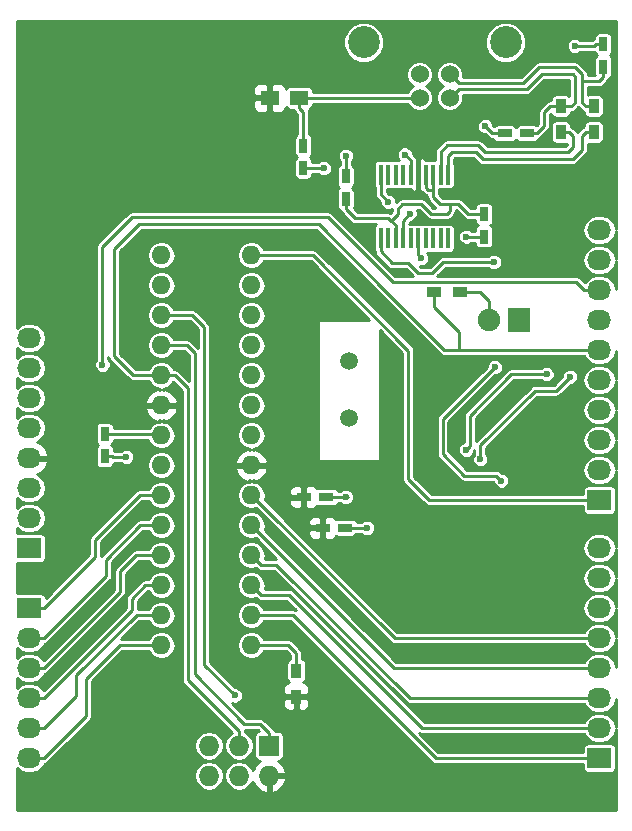
<source format=gbr>
G04 #@! TF.FileFunction,Copper,L1,Top,Signal*
%FSLAX46Y46*%
G04 Gerber Fmt 4.6, Leading zero omitted, Abs format (unit mm)*
G04 Created by KiCad (PCBNEW 4.0.4-stable) date Fri Dec  2 08:53:02 2016*
%MOMM*%
%LPD*%
G01*
G04 APERTURE LIST*
%ADD10C,0.100000*%
%ADD11C,1.501140*%
%ADD12R,0.750000X1.200000*%
%ADD13R,1.200000X0.750000*%
%ADD14R,1.900000X2.000000*%
%ADD15C,1.900000*%
%ADD16O,1.600000X1.600000*%
%ADD17R,1.500000X1.250000*%
%ADD18C,1.524000*%
%ADD19C,2.700020*%
%ADD20R,2.032000X1.727200*%
%ADD21O,2.032000X1.727200*%
%ADD22R,1.727200X1.727200*%
%ADD23O,1.727200X1.727200*%
%ADD24R,0.900000X1.200000*%
%ADD25R,1.200000X0.900000*%
%ADD26R,0.350000X1.700000*%
%ADD27C,0.600000*%
%ADD28C,0.250000*%
%ADD29C,0.254000*%
G04 APERTURE END LIST*
D10*
D11*
X214740000Y-98398120D03*
X214740000Y-103280000D03*
D12*
X236290000Y-73480000D03*
X236290000Y-71580000D03*
D13*
X229840000Y-79130000D03*
X227940000Y-79130000D03*
D12*
X214490000Y-84680000D03*
X214490000Y-82780000D03*
X210890000Y-80180000D03*
X210890000Y-82080000D03*
X226190000Y-85980000D03*
X226190000Y-87880000D03*
D13*
X212540000Y-112530000D03*
X214440000Y-112530000D03*
X210940000Y-109930000D03*
X212840000Y-109930000D03*
D12*
X194090000Y-104580000D03*
X194090000Y-106480000D03*
D14*
X229190000Y-94930000D03*
D15*
X226650000Y-94930000D03*
D16*
X206490000Y-122480000D03*
X206490000Y-119940000D03*
X206490000Y-117400000D03*
X206490000Y-114860000D03*
X206490000Y-112320000D03*
X206490000Y-109780000D03*
X206490000Y-107240000D03*
X206490000Y-104700000D03*
X206490000Y-102160000D03*
X206490000Y-99620000D03*
X206490000Y-97080000D03*
X206490000Y-94540000D03*
X206490000Y-92000000D03*
X206490000Y-89460000D03*
X198870000Y-89460000D03*
X198870000Y-92000000D03*
X198870000Y-94540000D03*
X198870000Y-97080000D03*
X198870000Y-99620000D03*
X198870000Y-102160000D03*
X198870000Y-104700000D03*
X198870000Y-107240000D03*
X198870000Y-109780000D03*
X198870000Y-112320000D03*
X198870000Y-114860000D03*
X198870000Y-117400000D03*
X198870000Y-119940000D03*
X198870000Y-122480000D03*
D17*
X208040000Y-76130000D03*
X210540000Y-76130000D03*
D18*
X223290000Y-76128980D03*
X220750000Y-76128980D03*
X220750000Y-74130000D03*
X223290000Y-74130000D03*
D19*
X228019480Y-71429980D03*
X216020520Y-71429980D03*
D20*
X235950000Y-132030000D03*
D21*
X235950000Y-129490000D03*
X235950000Y-126950000D03*
X235950000Y-124410000D03*
X235950000Y-121870000D03*
X235950000Y-119330000D03*
X235950000Y-116790000D03*
X235950000Y-114250000D03*
D20*
X235950000Y-110186000D03*
D21*
X235950000Y-107646000D03*
X235950000Y-105106000D03*
X235950000Y-102566000D03*
X235950000Y-100026000D03*
X235950000Y-97486000D03*
X235950000Y-94946000D03*
X235950000Y-92406000D03*
X235950000Y-89866000D03*
X235950000Y-87326000D03*
D20*
X187690000Y-119330000D03*
D21*
X187690000Y-121870000D03*
X187690000Y-124410000D03*
X187690000Y-126950000D03*
X187690000Y-129490000D03*
X187690000Y-132030000D03*
D20*
X187690000Y-114250000D03*
D21*
X187690000Y-111710000D03*
X187690000Y-109170000D03*
X187690000Y-106630000D03*
X187690000Y-104090000D03*
X187690000Y-101550000D03*
X187690000Y-99010000D03*
X187690000Y-96470000D03*
D22*
X207990000Y-130990000D03*
D23*
X207990000Y-133530000D03*
X205450000Y-130990000D03*
X205450000Y-133530000D03*
X202910000Y-130990000D03*
X202910000Y-133530000D03*
D24*
X232690000Y-79030000D03*
X232690000Y-76830000D03*
X235490000Y-79030000D03*
X235490000Y-76830000D03*
X210290000Y-126830000D03*
X210290000Y-124630000D03*
D25*
X221990000Y-92530000D03*
X224190000Y-92530000D03*
D26*
X217432500Y-88030000D03*
X218067500Y-88030000D03*
X218702500Y-88030000D03*
X219337500Y-88030000D03*
X219972500Y-88030000D03*
X220607500Y-88030000D03*
X221242500Y-88030000D03*
X221877500Y-88030000D03*
X222512500Y-88030000D03*
X223147500Y-88030000D03*
X223147500Y-82630000D03*
X222512500Y-82630000D03*
X221877500Y-82630000D03*
X221242500Y-82630000D03*
X220607500Y-82630000D03*
X219972500Y-82630000D03*
X219337500Y-82630000D03*
X218702500Y-82630000D03*
X218067500Y-82630000D03*
X217432500Y-82630000D03*
D27*
X224690000Y-87880000D03*
X214490000Y-81030000D03*
X195890000Y-106530000D03*
X216290000Y-112530000D03*
X219490000Y-80930000D03*
X212640000Y-82080000D03*
X226290000Y-78530000D03*
X233890000Y-71730000D03*
X220890000Y-89730000D03*
X214490000Y-109930000D03*
X193890000Y-98730000D03*
X218090000Y-84930000D03*
X233490000Y-99730000D03*
X225890000Y-106730000D03*
X219890000Y-85930000D03*
X231490000Y-99530000D03*
X224690000Y-105930000D03*
X205090000Y-126730000D03*
X227660000Y-108540000D03*
X227030000Y-90030000D03*
X227100000Y-98930000D03*
D28*
X235890000Y-74730000D02*
X236290000Y-74330000D01*
X236290000Y-74330000D02*
X236290000Y-73480000D01*
X234490000Y-74730000D02*
X234490000Y-76530000D01*
X234490000Y-74130000D02*
X234490000Y-74730000D01*
X234490000Y-74730000D02*
X235890000Y-74730000D01*
X223290000Y-74130000D02*
X224051999Y-74891999D01*
X224051999Y-74891999D02*
X229528001Y-74891999D01*
X229528001Y-74891999D02*
X230890000Y-73530000D01*
X234790000Y-76830000D02*
X235490000Y-76830000D01*
X230890000Y-73530000D02*
X233890000Y-73530000D01*
X233890000Y-73530000D02*
X234490000Y-74130000D01*
X234490000Y-76530000D02*
X234790000Y-76830000D01*
X225565000Y-87880000D02*
X224690000Y-87880000D01*
X226190000Y-87880000D02*
X225565000Y-87880000D01*
X214490000Y-82780000D02*
X214490000Y-81030000D01*
X194765000Y-106530000D02*
X195890000Y-106530000D01*
X194090000Y-106480000D02*
X194715000Y-106480000D01*
X194715000Y-106480000D02*
X194765000Y-106530000D01*
X214440000Y-112530000D02*
X216290000Y-112530000D01*
X219972500Y-81412500D02*
X219490000Y-80930000D01*
X219972500Y-82630000D02*
X219972500Y-81412500D01*
X210890000Y-82080000D02*
X212640000Y-82080000D01*
X226890000Y-79130000D02*
X226290000Y-78530000D01*
X227940000Y-79130000D02*
X226890000Y-79130000D01*
X235515000Y-71730000D02*
X233890000Y-71730000D01*
X236290000Y-71580000D02*
X235665000Y-71580000D01*
X235665000Y-71580000D02*
X235515000Y-71730000D01*
X220607500Y-89447500D02*
X220890000Y-89730000D01*
X220607500Y-88030000D02*
X220607500Y-89447500D01*
X212840000Y-109930000D02*
X214490000Y-109930000D01*
X214690000Y-109930000D02*
X214490000Y-109930000D01*
X231290000Y-78530000D02*
X231290000Y-77330000D01*
X229840000Y-79130000D02*
X230690000Y-79130000D01*
X230690000Y-79130000D02*
X231290000Y-78530000D01*
X231290000Y-77330000D02*
X231790000Y-76830000D01*
X231790000Y-76830000D02*
X232690000Y-76830000D01*
X229890000Y-75330000D02*
X231090000Y-74130000D01*
X223290000Y-76128980D02*
X224051999Y-75366981D01*
X224051999Y-75366981D02*
X229853019Y-75366981D01*
X229853019Y-75366981D02*
X229890000Y-75330000D01*
X233690000Y-74130000D02*
X233890000Y-74330000D01*
X231090000Y-74130000D02*
X233690000Y-74130000D01*
X233890000Y-74330000D02*
X233890000Y-76530000D01*
X233890000Y-76530000D02*
X233590000Y-76830000D01*
X233590000Y-76830000D02*
X232690000Y-76830000D01*
X224865000Y-85980000D02*
X226190000Y-85980000D01*
X214490000Y-84680000D02*
X214490000Y-85530000D01*
X214490000Y-85530000D02*
X215290000Y-86330000D01*
X215290000Y-86330000D02*
X218102500Y-86330000D01*
X218102500Y-86330000D02*
X218302500Y-86530000D01*
X224015000Y-85130000D02*
X223290000Y-85130000D01*
X223290000Y-85130000D02*
X222490000Y-85130000D01*
X223090000Y-85930000D02*
X223290000Y-85730000D01*
X223290000Y-85730000D02*
X223290000Y-85130000D01*
X221690000Y-85930000D02*
X223090000Y-85930000D01*
X220890000Y-85130000D02*
X221690000Y-85930000D01*
X219290000Y-85130000D02*
X220890000Y-85130000D01*
X218890000Y-85530000D02*
X219290000Y-85130000D01*
X218890000Y-85930000D02*
X218890000Y-85530000D01*
X218302500Y-86517500D02*
X218890000Y-85930000D01*
X218302500Y-86530000D02*
X218702500Y-86930000D01*
X218302500Y-86530000D02*
X218302500Y-86517500D01*
X221877500Y-83930000D02*
X221442500Y-83930000D01*
X221442500Y-83930000D02*
X221242500Y-83730000D01*
X221242500Y-83730000D02*
X221242500Y-82630000D01*
X221877500Y-83930000D02*
X221877500Y-82630000D01*
X221877500Y-84517500D02*
X221877500Y-83930000D01*
X222490000Y-85130000D02*
X221877500Y-84517500D01*
X224865000Y-85980000D02*
X224015000Y-85130000D01*
X218702500Y-86930000D02*
X218702500Y-88030000D01*
X210890000Y-77355000D02*
X210890000Y-80180000D01*
X210540000Y-76130000D02*
X210540000Y-77005000D01*
X210540000Y-77005000D02*
X210890000Y-77355000D01*
X210540000Y-76130000D02*
X220748980Y-76130000D01*
X220748980Y-76130000D02*
X220750000Y-76128980D01*
X194090000Y-104580000D02*
X198750000Y-104580000D01*
X198750000Y-104580000D02*
X198870000Y-104700000D01*
X193890000Y-98730000D02*
X193890000Y-88730000D01*
X193890000Y-88730000D02*
X196390000Y-86230000D01*
X196390000Y-86230000D02*
X212990000Y-86230000D01*
X212990000Y-86230000D02*
X218490000Y-91730000D01*
X218490000Y-91730000D02*
X234008000Y-91730000D01*
X234684000Y-92406000D02*
X235950000Y-92406000D01*
X234008000Y-91730000D02*
X234684000Y-92406000D01*
X209640000Y-122480000D02*
X210290000Y-123130000D01*
X210290000Y-123130000D02*
X210290000Y-124630000D01*
X206490000Y-122480000D02*
X209640000Y-122480000D01*
X225890000Y-92530000D02*
X226650000Y-93290000D01*
X226650000Y-93290000D02*
X226650000Y-94930000D01*
X224190000Y-92530000D02*
X225890000Y-92530000D01*
X218090000Y-84930000D02*
X217432500Y-84272500D01*
X217432500Y-84272500D02*
X217432500Y-82630000D01*
X232290000Y-100930000D02*
X233490000Y-99730000D01*
X230490000Y-100930000D02*
X232290000Y-100930000D01*
X225890000Y-105530000D02*
X230490000Y-100930000D01*
X225890000Y-106730000D02*
X225890000Y-105530000D01*
X210000000Y-119940000D02*
X222090000Y-132030000D01*
X222090000Y-132030000D02*
X235950000Y-132030000D01*
X206490000Y-119940000D02*
X210000000Y-119940000D01*
X219890000Y-85930000D02*
X219490000Y-86330000D01*
X219490000Y-86330000D02*
X219490000Y-86425000D01*
X219490000Y-86425000D02*
X219337500Y-86577500D01*
X219337500Y-86577500D02*
X219337500Y-88030000D01*
X228490000Y-99530000D02*
X231490000Y-99530000D01*
X224989999Y-103030001D02*
X228490000Y-99530000D01*
X224690000Y-105930000D02*
X224989999Y-105630001D01*
X224989999Y-105630001D02*
X224989999Y-103030001D01*
X209659999Y-118199999D02*
X220950000Y-129490000D01*
X220950000Y-129490000D02*
X235950000Y-129490000D01*
X206490000Y-117400000D02*
X207289999Y-118199999D01*
X207289999Y-118199999D02*
X209659999Y-118199999D01*
X208619999Y-115659999D02*
X219910000Y-126950000D01*
X219910000Y-126950000D02*
X235950000Y-126950000D01*
X206490000Y-114860000D02*
X207289999Y-115659999D01*
X207289999Y-115659999D02*
X208619999Y-115659999D01*
X215700000Y-121540000D02*
X218570000Y-124410000D01*
X218570000Y-124410000D02*
X235950000Y-124410000D01*
X215700000Y-121530000D02*
X215700000Y-121540000D01*
X206490000Y-112320000D02*
X215700000Y-121530000D01*
X207339999Y-110579999D02*
X218630000Y-121870000D01*
X218630000Y-121870000D02*
X235950000Y-121870000D01*
X206490000Y-109780000D02*
X207289999Y-110579999D01*
X207289999Y-110579999D02*
X207339999Y-110579999D01*
X219790000Y-108430000D02*
X221546000Y-110186000D01*
X221546000Y-110186000D02*
X235950000Y-110186000D01*
X219790000Y-97530000D02*
X219790000Y-108430000D01*
X211720000Y-89460000D02*
X219790000Y-97530000D01*
X206490000Y-89460000D02*
X211720000Y-89460000D01*
X201490000Y-94530000D02*
X201480000Y-94540000D01*
X201480000Y-94540000D02*
X198870000Y-94540000D01*
X202490000Y-95530000D02*
X201490000Y-94530000D01*
X202490000Y-124130000D02*
X202490000Y-95530000D01*
X205090000Y-126730000D02*
X202490000Y-124130000D01*
X201690000Y-97730000D02*
X201040000Y-97080000D01*
X201040000Y-97080000D02*
X198870000Y-97080000D01*
X201690000Y-124930000D02*
X201690000Y-97730000D01*
X205890000Y-129130000D02*
X201690000Y-124930000D01*
X207243600Y-129130000D02*
X205890000Y-129130000D01*
X207990000Y-130990000D02*
X207990000Y-129876400D01*
X207990000Y-129876400D02*
X207243600Y-129130000D01*
X198870000Y-99620000D02*
X200001370Y-99620000D01*
X200001370Y-99620000D02*
X201090000Y-100708630D01*
X201090000Y-100708630D02*
X201090000Y-125408686D01*
X205450000Y-129768686D02*
X205450000Y-130990000D01*
X201090000Y-125408686D02*
X205450000Y-129768686D01*
X235950000Y-97486000D02*
X224090000Y-97486000D01*
X224090000Y-97486000D02*
X222846000Y-97486000D01*
X221990000Y-93830000D02*
X224090000Y-95930000D01*
X224090000Y-95930000D02*
X224090000Y-97486000D01*
X221990000Y-92530000D02*
X221990000Y-93830000D01*
X222846000Y-97486000D02*
X217890000Y-92530000D01*
X217890000Y-92530000D02*
X212190000Y-86830000D01*
X212190000Y-86830000D02*
X196990000Y-86830000D01*
X196480000Y-99620000D02*
X198870000Y-99620000D01*
X196990000Y-86830000D02*
X194890000Y-88930000D01*
X194890000Y-88930000D02*
X194890000Y-98030000D01*
X194890000Y-98030000D02*
X196480000Y-99620000D01*
X193290000Y-113530000D02*
X197040000Y-109780000D01*
X197040000Y-109780000D02*
X198870000Y-109780000D01*
X193290000Y-114996000D02*
X193290000Y-113530000D01*
X187690000Y-119330000D02*
X188956000Y-119330000D01*
X188956000Y-119330000D02*
X193290000Y-114996000D01*
X194190000Y-115230000D02*
X197100000Y-112320000D01*
X197100000Y-112320000D02*
X198870000Y-112320000D01*
X194190000Y-116636000D02*
X194190000Y-115230000D01*
X187690000Y-121870000D02*
X188956000Y-121870000D01*
X188956000Y-121870000D02*
X194190000Y-116636000D01*
X195390000Y-116230000D02*
X196760000Y-114860000D01*
X196760000Y-114860000D02*
X198870000Y-114860000D01*
X195390000Y-117976000D02*
X195390000Y-116230000D01*
X187690000Y-124410000D02*
X188956000Y-124410000D01*
X188956000Y-124410000D02*
X195390000Y-117976000D01*
X187690000Y-126950000D02*
X188956000Y-126950000D01*
X188956000Y-126950000D02*
X196390000Y-119516000D01*
X196390000Y-119516000D02*
X196390000Y-118530000D01*
X196390000Y-118530000D02*
X197520000Y-117400000D01*
X197520000Y-117400000D02*
X198870000Y-117400000D01*
X191690000Y-125030000D02*
X196780000Y-119940000D01*
X196780000Y-119940000D02*
X198870000Y-119940000D01*
X191690000Y-126756000D02*
X191690000Y-125030000D01*
X187690000Y-129490000D02*
X188956000Y-129490000D01*
X188956000Y-129490000D02*
X191690000Y-126756000D01*
X192490000Y-125330000D02*
X195340000Y-122480000D01*
X195340000Y-122480000D02*
X198870000Y-122480000D01*
X192490000Y-128496000D02*
X192490000Y-125330000D01*
X187690000Y-132030000D02*
X188956000Y-132030000D01*
X188956000Y-132030000D02*
X192490000Y-128496000D01*
X223090000Y-80130000D02*
X222512500Y-80707500D01*
X222512500Y-80707500D02*
X222512500Y-82630000D01*
X225690000Y-80130000D02*
X223090000Y-80130000D01*
X226290000Y-80730000D02*
X225690000Y-80130000D01*
X233290000Y-80730000D02*
X226290000Y-80730000D01*
X233690000Y-80330000D02*
X233290000Y-80730000D01*
X233690000Y-79330000D02*
X233690000Y-80330000D01*
X232690000Y-79030000D02*
X233390000Y-79030000D01*
X233390000Y-79030000D02*
X233690000Y-79330000D01*
X223490000Y-80730000D02*
X223147500Y-81072500D01*
X223147500Y-81072500D02*
X223147500Y-82630000D01*
X225490000Y-80730000D02*
X223490000Y-80730000D01*
X226090000Y-81330000D02*
X225490000Y-80730000D01*
X233690000Y-81330000D02*
X226090000Y-81330000D01*
X234490000Y-80530000D02*
X233690000Y-81330000D01*
X234490000Y-79330000D02*
X234490000Y-80530000D01*
X235490000Y-79030000D02*
X234790000Y-79030000D01*
X234790000Y-79030000D02*
X234490000Y-79330000D01*
X227660000Y-108540000D02*
X227230000Y-108110000D01*
X222730000Y-90030000D02*
X221820000Y-90940000D01*
X221820000Y-90940000D02*
X220580000Y-90940000D01*
X227030000Y-90030000D02*
X222730000Y-90030000D01*
X222680000Y-103350000D02*
X227100000Y-98930000D01*
X222680000Y-106270000D02*
X222680000Y-103350000D01*
X224520000Y-108110000D02*
X222680000Y-106270000D01*
X227230000Y-108110000D02*
X224520000Y-108110000D01*
X219780000Y-90140000D02*
X220580000Y-90940000D01*
X218442500Y-90140000D02*
X219780000Y-90140000D01*
X217432500Y-88030000D02*
X217432500Y-89130000D01*
X217432500Y-89130000D02*
X218442500Y-90140000D01*
D29*
G36*
X237363000Y-87268844D02*
X237279629Y-86849712D01*
X237009834Y-86445935D01*
X236606057Y-86176140D01*
X236129769Y-86081400D01*
X235770231Y-86081400D01*
X235293943Y-86176140D01*
X234890166Y-86445935D01*
X234620371Y-86849712D01*
X234525631Y-87326000D01*
X234620371Y-87802288D01*
X234890166Y-88206065D01*
X235293943Y-88475860D01*
X235770231Y-88570600D01*
X236129769Y-88570600D01*
X236606057Y-88475860D01*
X237009834Y-88206065D01*
X237279629Y-87802288D01*
X237363000Y-87383156D01*
X237363000Y-89808844D01*
X237279629Y-89389712D01*
X237009834Y-88985935D01*
X236606057Y-88716140D01*
X236129769Y-88621400D01*
X235770231Y-88621400D01*
X235293943Y-88716140D01*
X234890166Y-88985935D01*
X234620371Y-89389712D01*
X234525631Y-89866000D01*
X234620371Y-90342288D01*
X234890166Y-90746065D01*
X235293943Y-91015860D01*
X235770231Y-91110600D01*
X236129769Y-91110600D01*
X236606057Y-91015860D01*
X237009834Y-90746065D01*
X237279629Y-90342288D01*
X237363000Y-89923156D01*
X237363000Y-92348844D01*
X237279629Y-91929712D01*
X237009834Y-91525935D01*
X236606057Y-91256140D01*
X236129769Y-91161400D01*
X235770231Y-91161400D01*
X235293943Y-91256140D01*
X234890166Y-91525935D01*
X234741709Y-91748117D01*
X234365796Y-91372204D01*
X234201638Y-91262517D01*
X234008000Y-91224000D01*
X222251592Y-91224000D01*
X222939592Y-90536000D01*
X226572877Y-90536000D01*
X226643741Y-90606987D01*
X226893946Y-90710882D01*
X227164865Y-90711118D01*
X227415252Y-90607661D01*
X227606987Y-90416259D01*
X227710882Y-90166054D01*
X227711118Y-89895135D01*
X227607661Y-89644748D01*
X227416259Y-89453013D01*
X227166054Y-89349118D01*
X226895135Y-89348882D01*
X226644748Y-89452339D01*
X226572962Y-89524000D01*
X222730000Y-89524000D01*
X222536362Y-89562517D01*
X222372204Y-89672204D01*
X221610408Y-90434000D01*
X220789592Y-90434000D01*
X220766485Y-90410893D01*
X221024865Y-90411118D01*
X221275252Y-90307661D01*
X221466987Y-90116259D01*
X221570882Y-89866054D01*
X221571118Y-89595135D01*
X221467661Y-89344748D01*
X221391509Y-89268464D01*
X221417500Y-89268464D01*
X221558690Y-89241897D01*
X221561710Y-89239954D01*
X221702500Y-89268464D01*
X222052500Y-89268464D01*
X222193690Y-89241897D01*
X222196710Y-89239954D01*
X222337500Y-89268464D01*
X222687500Y-89268464D01*
X222828690Y-89241897D01*
X222831710Y-89239954D01*
X222972500Y-89268464D01*
X223322500Y-89268464D01*
X223463690Y-89241897D01*
X223593365Y-89158454D01*
X223680359Y-89031134D01*
X223710964Y-88880000D01*
X223710964Y-87180000D01*
X223684397Y-87038810D01*
X223600954Y-86909135D01*
X223473634Y-86822141D01*
X223322500Y-86791536D01*
X222972500Y-86791536D01*
X222831310Y-86818103D01*
X222828290Y-86820046D01*
X222687500Y-86791536D01*
X222337500Y-86791536D01*
X222196310Y-86818103D01*
X222193290Y-86820046D01*
X222052500Y-86791536D01*
X221702500Y-86791536D01*
X221561310Y-86818103D01*
X221558290Y-86820046D01*
X221417500Y-86791536D01*
X221067500Y-86791536D01*
X220926310Y-86818103D01*
X220923290Y-86820046D01*
X220782500Y-86791536D01*
X220432500Y-86791536D01*
X220291310Y-86818103D01*
X220288290Y-86820046D01*
X220147500Y-86791536D01*
X219843500Y-86791536D01*
X219843500Y-86787092D01*
X219847796Y-86782796D01*
X219911273Y-86687796D01*
X219957483Y-86618638D01*
X219958990Y-86611061D01*
X220024865Y-86611118D01*
X220275252Y-86507661D01*
X220466987Y-86316259D01*
X220570882Y-86066054D01*
X220571118Y-85795135D01*
X220505365Y-85636000D01*
X220680408Y-85636000D01*
X221332204Y-86287796D01*
X221496362Y-86397483D01*
X221690000Y-86436000D01*
X223090000Y-86436000D01*
X223283638Y-86397483D01*
X223447796Y-86287796D01*
X223647796Y-86087796D01*
X223661555Y-86067204D01*
X223757483Y-85923638D01*
X223796000Y-85730000D01*
X223796000Y-85636000D01*
X223805408Y-85636000D01*
X224507204Y-86337796D01*
X224671362Y-86447483D01*
X224865000Y-86486000D01*
X225426536Y-86486000D01*
X225426536Y-86580000D01*
X225453103Y-86721190D01*
X225536546Y-86850865D01*
X225653798Y-86930980D01*
X225544135Y-87001546D01*
X225457141Y-87128866D01*
X225426536Y-87280000D01*
X225426536Y-87374000D01*
X225147123Y-87374000D01*
X225076259Y-87303013D01*
X224826054Y-87199118D01*
X224555135Y-87198882D01*
X224304748Y-87302339D01*
X224113013Y-87493741D01*
X224009118Y-87743946D01*
X224008882Y-88014865D01*
X224112339Y-88265252D01*
X224303741Y-88456987D01*
X224553946Y-88560882D01*
X224824865Y-88561118D01*
X225075252Y-88457661D01*
X225147038Y-88386000D01*
X225426536Y-88386000D01*
X225426536Y-88480000D01*
X225453103Y-88621190D01*
X225536546Y-88750865D01*
X225663866Y-88837859D01*
X225815000Y-88868464D01*
X226565000Y-88868464D01*
X226706190Y-88841897D01*
X226835865Y-88758454D01*
X226922859Y-88631134D01*
X226953464Y-88480000D01*
X226953464Y-87280000D01*
X226926897Y-87138810D01*
X226843454Y-87009135D01*
X226726202Y-86929020D01*
X226835865Y-86858454D01*
X226922859Y-86731134D01*
X226953464Y-86580000D01*
X226953464Y-85380000D01*
X226926897Y-85238810D01*
X226843454Y-85109135D01*
X226716134Y-85022141D01*
X226565000Y-84991536D01*
X225815000Y-84991536D01*
X225673810Y-85018103D01*
X225544135Y-85101546D01*
X225457141Y-85228866D01*
X225426536Y-85380000D01*
X225426536Y-85474000D01*
X225074592Y-85474000D01*
X224372796Y-84772204D01*
X224208638Y-84662517D01*
X224015000Y-84624000D01*
X222699592Y-84624000D01*
X222383500Y-84307908D01*
X222383500Y-83868464D01*
X222687500Y-83868464D01*
X222828690Y-83841897D01*
X222831710Y-83839954D01*
X222972500Y-83868464D01*
X223322500Y-83868464D01*
X223463690Y-83841897D01*
X223593365Y-83758454D01*
X223680359Y-83631134D01*
X223710964Y-83480000D01*
X223710964Y-81780000D01*
X223684397Y-81638810D01*
X223653500Y-81590794D01*
X223653500Y-81282092D01*
X223699592Y-81236000D01*
X225280408Y-81236000D01*
X225732204Y-81687796D01*
X225896362Y-81797483D01*
X226090000Y-81836000D01*
X233690000Y-81836000D01*
X233883638Y-81797483D01*
X234047796Y-81687796D01*
X234847796Y-80887796D01*
X234957483Y-80723638D01*
X234996000Y-80530000D01*
X234996000Y-80009554D01*
X235040000Y-80018464D01*
X235940000Y-80018464D01*
X236081190Y-79991897D01*
X236210865Y-79908454D01*
X236297859Y-79781134D01*
X236328464Y-79630000D01*
X236328464Y-78430000D01*
X236301897Y-78288810D01*
X236218454Y-78159135D01*
X236091134Y-78072141D01*
X235940000Y-78041536D01*
X235040000Y-78041536D01*
X234898810Y-78068103D01*
X234769135Y-78151546D01*
X234682141Y-78278866D01*
X234651536Y-78430000D01*
X234651536Y-78551542D01*
X234596362Y-78562517D01*
X234432204Y-78672204D01*
X234132204Y-78972204D01*
X234090000Y-79035367D01*
X234047796Y-78972204D01*
X233747796Y-78672204D01*
X233583638Y-78562517D01*
X233528464Y-78551542D01*
X233528464Y-78430000D01*
X233501897Y-78288810D01*
X233418454Y-78159135D01*
X233291134Y-78072141D01*
X233140000Y-78041536D01*
X232240000Y-78041536D01*
X232098810Y-78068103D01*
X231969135Y-78151546D01*
X231882141Y-78278866D01*
X231851536Y-78430000D01*
X231851536Y-79630000D01*
X231878103Y-79771190D01*
X231961546Y-79900865D01*
X232088866Y-79987859D01*
X232240000Y-80018464D01*
X233140000Y-80018464D01*
X233184000Y-80010185D01*
X233184000Y-80120408D01*
X233080408Y-80224000D01*
X226499592Y-80224000D01*
X226047796Y-79772204D01*
X225883638Y-79662517D01*
X225690000Y-79624000D01*
X223090000Y-79624000D01*
X222896362Y-79662517D01*
X222732204Y-79772204D01*
X222154704Y-80349704D01*
X222045017Y-80513862D01*
X222006500Y-80707500D01*
X222006500Y-81391536D01*
X221702500Y-81391536D01*
X221561310Y-81418103D01*
X221558290Y-81420046D01*
X221417500Y-81391536D01*
X221292062Y-81391536D01*
X221142198Y-81241673D01*
X220908809Y-81145000D01*
X220853750Y-81145000D01*
X220695000Y-81303750D01*
X220695000Y-81701166D01*
X220679036Y-81780000D01*
X220679036Y-83480000D01*
X220695000Y-83564840D01*
X220695000Y-83956250D01*
X220853750Y-84115000D01*
X220908809Y-84115000D01*
X220911000Y-84114092D01*
X221084704Y-84287796D01*
X221248862Y-84397483D01*
X221371500Y-84421877D01*
X221371500Y-84517500D01*
X221410017Y-84711138D01*
X221519704Y-84875296D01*
X222068408Y-85424000D01*
X221899592Y-85424000D01*
X221247796Y-84772204D01*
X221083638Y-84662517D01*
X220890000Y-84624000D01*
X219290000Y-84624000D01*
X219096362Y-84662517D01*
X218932204Y-84772204D01*
X218770998Y-84933410D01*
X218771118Y-84795135D01*
X218667661Y-84544748D01*
X218476259Y-84353013D01*
X218226054Y-84249118D01*
X218124622Y-84249030D01*
X217938500Y-84062908D01*
X217938500Y-83868464D01*
X218242500Y-83868464D01*
X218383690Y-83841897D01*
X218386710Y-83839954D01*
X218527500Y-83868464D01*
X218877500Y-83868464D01*
X219018690Y-83841897D01*
X219021710Y-83839954D01*
X219162500Y-83868464D01*
X219512500Y-83868464D01*
X219653690Y-83841897D01*
X219656710Y-83839954D01*
X219797500Y-83868464D01*
X219922938Y-83868464D01*
X220072802Y-84018327D01*
X220306191Y-84115000D01*
X220361250Y-84115000D01*
X220520000Y-83956250D01*
X220520000Y-83558834D01*
X220535964Y-83480000D01*
X220535964Y-81780000D01*
X220520000Y-81695160D01*
X220520000Y-81303750D01*
X220441192Y-81224942D01*
X220439983Y-81218862D01*
X220330296Y-81054704D01*
X220171031Y-80895439D01*
X220171118Y-80795135D01*
X220067661Y-80544748D01*
X219876259Y-80353013D01*
X219626054Y-80249118D01*
X219355135Y-80248882D01*
X219104748Y-80352339D01*
X218913013Y-80543741D01*
X218809118Y-80793946D01*
X218808882Y-81064865D01*
X218912339Y-81315252D01*
X219016612Y-81419707D01*
X218877500Y-81391536D01*
X218527500Y-81391536D01*
X218386310Y-81418103D01*
X218383290Y-81420046D01*
X218242500Y-81391536D01*
X217892500Y-81391536D01*
X217751310Y-81418103D01*
X217748290Y-81420046D01*
X217607500Y-81391536D01*
X217257500Y-81391536D01*
X217116310Y-81418103D01*
X216986635Y-81501546D01*
X216899641Y-81628866D01*
X216869036Y-81780000D01*
X216869036Y-83480000D01*
X216895603Y-83621190D01*
X216926500Y-83669206D01*
X216926500Y-84272500D01*
X216965017Y-84466138D01*
X217074704Y-84630296D01*
X217408969Y-84964561D01*
X217408882Y-85064865D01*
X217512339Y-85315252D01*
X217703741Y-85506987D01*
X217953946Y-85610882D01*
X218224865Y-85611118D01*
X218384000Y-85545365D01*
X218384000Y-85720408D01*
X218250891Y-85853517D01*
X218102500Y-85824000D01*
X215499592Y-85824000D01*
X215175718Y-85500126D01*
X215222859Y-85431134D01*
X215253464Y-85280000D01*
X215253464Y-84080000D01*
X215226897Y-83938810D01*
X215143454Y-83809135D01*
X215026202Y-83729020D01*
X215135865Y-83658454D01*
X215222859Y-83531134D01*
X215253464Y-83380000D01*
X215253464Y-82180000D01*
X215226897Y-82038810D01*
X215143454Y-81909135D01*
X215016134Y-81822141D01*
X214996000Y-81818064D01*
X214996000Y-81487123D01*
X215066987Y-81416259D01*
X215170882Y-81166054D01*
X215171118Y-80895135D01*
X215067661Y-80644748D01*
X214876259Y-80453013D01*
X214626054Y-80349118D01*
X214355135Y-80348882D01*
X214104748Y-80452339D01*
X213913013Y-80643741D01*
X213809118Y-80893946D01*
X213808882Y-81164865D01*
X213912339Y-81415252D01*
X213984000Y-81487038D01*
X213984000Y-81816186D01*
X213973810Y-81818103D01*
X213844135Y-81901546D01*
X213757141Y-82028866D01*
X213726536Y-82180000D01*
X213726536Y-83380000D01*
X213753103Y-83521190D01*
X213836546Y-83650865D01*
X213953798Y-83730980D01*
X213844135Y-83801546D01*
X213757141Y-83928866D01*
X213726536Y-84080000D01*
X213726536Y-85280000D01*
X213753103Y-85421190D01*
X213836546Y-85550865D01*
X213963866Y-85637859D01*
X214007200Y-85646634D01*
X214022517Y-85723638D01*
X214132204Y-85887796D01*
X214932204Y-86687796D01*
X215096362Y-86797483D01*
X215290000Y-86836000D01*
X217088497Y-86836000D01*
X216986635Y-86901546D01*
X216899641Y-87028866D01*
X216869036Y-87180000D01*
X216869036Y-88880000D01*
X216895603Y-89021190D01*
X216926500Y-89069206D01*
X216926500Y-89130000D01*
X216965017Y-89323638D01*
X217074704Y-89487796D01*
X218084704Y-90497796D01*
X218248862Y-90607483D01*
X218442500Y-90646000D01*
X219570408Y-90646000D01*
X220148408Y-91224000D01*
X218699592Y-91224000D01*
X213347796Y-85872204D01*
X213183638Y-85762517D01*
X212990000Y-85724000D01*
X196390000Y-85724000D01*
X196196362Y-85762517D01*
X196032204Y-85872204D01*
X193532204Y-88372204D01*
X193422517Y-88536362D01*
X193384000Y-88730000D01*
X193384000Y-98272877D01*
X193313013Y-98343741D01*
X193209118Y-98593946D01*
X193208882Y-98864865D01*
X193312339Y-99115252D01*
X193503741Y-99306987D01*
X193753946Y-99410882D01*
X194024865Y-99411118D01*
X194275252Y-99307661D01*
X194466987Y-99116259D01*
X194570882Y-98866054D01*
X194571118Y-98595135D01*
X194467661Y-98344748D01*
X194396000Y-98272962D01*
X194396000Y-98090328D01*
X194422517Y-98223638D01*
X194532204Y-98387796D01*
X196122204Y-99977796D01*
X196286362Y-100087483D01*
X196480000Y-100126000D01*
X197791877Y-100126000D01*
X198011770Y-100455093D01*
X198394914Y-100711102D01*
X198742998Y-100780340D01*
X198742998Y-100889370D01*
X198520959Y-100768086D01*
X198014866Y-101007611D01*
X197638959Y-101422577D01*
X197478096Y-101810961D01*
X197600085Y-102033000D01*
X198743000Y-102033000D01*
X198743000Y-102013000D01*
X198997000Y-102013000D01*
X198997000Y-102033000D01*
X200139915Y-102033000D01*
X200261904Y-101810961D01*
X200101041Y-101422577D01*
X199725134Y-101007611D01*
X199219041Y-100768086D01*
X198997002Y-100889370D01*
X198997002Y-100780340D01*
X199345086Y-100711102D01*
X199728230Y-100455093D01*
X199885500Y-100219722D01*
X200584000Y-100918222D01*
X200584000Y-125408686D01*
X200622517Y-125602324D01*
X200732204Y-125766482D01*
X204858477Y-129892755D01*
X204569935Y-130085552D01*
X204300140Y-130489329D01*
X204205400Y-130965617D01*
X204205400Y-131014383D01*
X204300140Y-131490671D01*
X204569935Y-131894448D01*
X204973712Y-132164243D01*
X205450000Y-132258983D01*
X205926288Y-132164243D01*
X206330065Y-131894448D01*
X206599860Y-131490671D01*
X206694600Y-131014383D01*
X206694600Y-130965617D01*
X206599860Y-130489329D01*
X206330065Y-130085552D01*
X205956000Y-129835610D01*
X205956000Y-129768686D01*
X205929607Y-129636000D01*
X207034008Y-129636000D01*
X207135944Y-129737936D01*
X207126400Y-129737936D01*
X206985210Y-129764503D01*
X206855535Y-129847946D01*
X206768541Y-129975266D01*
X206737936Y-130126400D01*
X206737936Y-131853600D01*
X206764503Y-131994790D01*
X206847946Y-132124465D01*
X206975266Y-132211459D01*
X207126400Y-132242064D01*
X207227724Y-132242064D01*
X207215053Y-132247312D01*
X206783179Y-132641510D01*
X206600324Y-133031662D01*
X206599860Y-133029329D01*
X206330065Y-132625552D01*
X205926288Y-132355757D01*
X205450000Y-132261017D01*
X204973712Y-132355757D01*
X204569935Y-132625552D01*
X204300140Y-133029329D01*
X204205400Y-133505617D01*
X204205400Y-133554383D01*
X204300140Y-134030671D01*
X204569935Y-134434448D01*
X204973712Y-134704243D01*
X205450000Y-134798983D01*
X205926288Y-134704243D01*
X206330065Y-134434448D01*
X206599860Y-134030671D01*
X206600324Y-134028338D01*
X206783179Y-134418490D01*
X207215053Y-134812688D01*
X207630974Y-134984958D01*
X207863000Y-134863817D01*
X207863000Y-133657000D01*
X208117000Y-133657000D01*
X208117000Y-134863817D01*
X208349026Y-134984958D01*
X208764947Y-134812688D01*
X209196821Y-134418490D01*
X209444968Y-133889027D01*
X209324469Y-133657000D01*
X208117000Y-133657000D01*
X207863000Y-133657000D01*
X207843000Y-133657000D01*
X207843000Y-133403000D01*
X207863000Y-133403000D01*
X207863000Y-133383000D01*
X208117000Y-133383000D01*
X208117000Y-133403000D01*
X209324469Y-133403000D01*
X209444968Y-133170973D01*
X209196821Y-132641510D01*
X208764947Y-132247312D01*
X208752276Y-132242064D01*
X208853600Y-132242064D01*
X208994790Y-132215497D01*
X209124465Y-132132054D01*
X209211459Y-132004734D01*
X209242064Y-131853600D01*
X209242064Y-130126400D01*
X209215497Y-129985210D01*
X209132054Y-129855535D01*
X209004734Y-129768541D01*
X208853600Y-129737936D01*
X208468458Y-129737936D01*
X208457483Y-129682762D01*
X208347796Y-129518604D01*
X207601396Y-128772204D01*
X207437238Y-128662517D01*
X207243600Y-128624000D01*
X206099592Y-128624000D01*
X204838562Y-127362970D01*
X204953946Y-127410882D01*
X205224865Y-127411118D01*
X205475252Y-127307661D01*
X205666987Y-127116259D01*
X205667198Y-127115750D01*
X209205000Y-127115750D01*
X209205000Y-127556309D01*
X209301673Y-127789698D01*
X209480301Y-127968327D01*
X209713690Y-128065000D01*
X210004250Y-128065000D01*
X210163000Y-127906250D01*
X210163000Y-126957000D01*
X210417000Y-126957000D01*
X210417000Y-127906250D01*
X210575750Y-128065000D01*
X210866310Y-128065000D01*
X211099699Y-127968327D01*
X211278327Y-127789698D01*
X211375000Y-127556309D01*
X211375000Y-127115750D01*
X211216250Y-126957000D01*
X210417000Y-126957000D01*
X210163000Y-126957000D01*
X209363750Y-126957000D01*
X209205000Y-127115750D01*
X205667198Y-127115750D01*
X205770882Y-126866054D01*
X205771118Y-126595135D01*
X205667661Y-126344748D01*
X205476259Y-126153013D01*
X205226054Y-126049118D01*
X205124622Y-126049030D01*
X202996000Y-123920408D01*
X202996000Y-122480000D01*
X205285863Y-122480000D01*
X205375761Y-122931949D01*
X205631770Y-123315093D01*
X206014914Y-123571102D01*
X206466863Y-123661000D01*
X206513137Y-123661000D01*
X206965086Y-123571102D01*
X207348230Y-123315093D01*
X207568123Y-122986000D01*
X209430408Y-122986000D01*
X209784000Y-123339592D01*
X209784000Y-123652073D01*
X209698810Y-123668103D01*
X209569135Y-123751546D01*
X209482141Y-123878866D01*
X209451536Y-124030000D01*
X209451536Y-125230000D01*
X209478103Y-125371190D01*
X209561546Y-125500865D01*
X209688866Y-125587859D01*
X209724130Y-125595000D01*
X209713690Y-125595000D01*
X209480301Y-125691673D01*
X209301673Y-125870302D01*
X209205000Y-126103691D01*
X209205000Y-126544250D01*
X209363750Y-126703000D01*
X210163000Y-126703000D01*
X210163000Y-126683000D01*
X210417000Y-126683000D01*
X210417000Y-126703000D01*
X211216250Y-126703000D01*
X211375000Y-126544250D01*
X211375000Y-126103691D01*
X211278327Y-125870302D01*
X211099699Y-125691673D01*
X210866310Y-125595000D01*
X210864699Y-125595000D01*
X210881190Y-125591897D01*
X211010865Y-125508454D01*
X211097859Y-125381134D01*
X211128464Y-125230000D01*
X211128464Y-124030000D01*
X211101897Y-123888810D01*
X211018454Y-123759135D01*
X210891134Y-123672141D01*
X210796000Y-123652876D01*
X210796000Y-123130000D01*
X210757483Y-122936362D01*
X210647796Y-122772204D01*
X209997796Y-122122204D01*
X209833638Y-122012517D01*
X209640000Y-121974000D01*
X207568123Y-121974000D01*
X207348230Y-121644907D01*
X206965086Y-121388898D01*
X206513137Y-121299000D01*
X206466863Y-121299000D01*
X206014914Y-121388898D01*
X205631770Y-121644907D01*
X205375761Y-122028051D01*
X205285863Y-122480000D01*
X202996000Y-122480000D01*
X202996000Y-106890961D01*
X205098096Y-106890961D01*
X205220085Y-107113000D01*
X206363000Y-107113000D01*
X206363000Y-107093000D01*
X206617000Y-107093000D01*
X206617000Y-107113000D01*
X207759915Y-107113000D01*
X207881904Y-106890961D01*
X207721041Y-106502577D01*
X207345134Y-106087611D01*
X206839041Y-105848086D01*
X206617002Y-105969370D01*
X206617002Y-105860340D01*
X206965086Y-105791102D01*
X207348230Y-105535093D01*
X207604239Y-105151949D01*
X207694137Y-104700000D01*
X207604239Y-104248051D01*
X207348230Y-103864907D01*
X206965086Y-103608898D01*
X206513137Y-103519000D01*
X206466863Y-103519000D01*
X206014914Y-103608898D01*
X205631770Y-103864907D01*
X205375761Y-104248051D01*
X205285863Y-104700000D01*
X205375761Y-105151949D01*
X205631770Y-105535093D01*
X206014914Y-105791102D01*
X206362998Y-105860340D01*
X206362998Y-105969370D01*
X206140959Y-105848086D01*
X205634866Y-106087611D01*
X205258959Y-106502577D01*
X205098096Y-106890961D01*
X202996000Y-106890961D01*
X202996000Y-102160000D01*
X205285863Y-102160000D01*
X205375761Y-102611949D01*
X205631770Y-102995093D01*
X206014914Y-103251102D01*
X206466863Y-103341000D01*
X206513137Y-103341000D01*
X206965086Y-103251102D01*
X207348230Y-102995093D01*
X207604239Y-102611949D01*
X207694137Y-102160000D01*
X207604239Y-101708051D01*
X207348230Y-101324907D01*
X206965086Y-101068898D01*
X206513137Y-100979000D01*
X206466863Y-100979000D01*
X206014914Y-101068898D01*
X205631770Y-101324907D01*
X205375761Y-101708051D01*
X205285863Y-102160000D01*
X202996000Y-102160000D01*
X202996000Y-99620000D01*
X205285863Y-99620000D01*
X205375761Y-100071949D01*
X205631770Y-100455093D01*
X206014914Y-100711102D01*
X206466863Y-100801000D01*
X206513137Y-100801000D01*
X206965086Y-100711102D01*
X207348230Y-100455093D01*
X207604239Y-100071949D01*
X207694137Y-99620000D01*
X207604239Y-99168051D01*
X207348230Y-98784907D01*
X206965086Y-98528898D01*
X206513137Y-98439000D01*
X206466863Y-98439000D01*
X206014914Y-98528898D01*
X205631770Y-98784907D01*
X205375761Y-99168051D01*
X205285863Y-99620000D01*
X202996000Y-99620000D01*
X202996000Y-97080000D01*
X205285863Y-97080000D01*
X205375761Y-97531949D01*
X205631770Y-97915093D01*
X206014914Y-98171102D01*
X206466863Y-98261000D01*
X206513137Y-98261000D01*
X206965086Y-98171102D01*
X207348230Y-97915093D01*
X207604239Y-97531949D01*
X207694137Y-97080000D01*
X207604239Y-96628051D01*
X207348230Y-96244907D01*
X206965086Y-95988898D01*
X206513137Y-95899000D01*
X206466863Y-95899000D01*
X206014914Y-95988898D01*
X205631770Y-96244907D01*
X205375761Y-96628051D01*
X205285863Y-97080000D01*
X202996000Y-97080000D01*
X202996000Y-95530000D01*
X202957483Y-95336362D01*
X202847796Y-95172204D01*
X202215592Y-94540000D01*
X205285863Y-94540000D01*
X205375761Y-94991949D01*
X205631770Y-95375093D01*
X206014914Y-95631102D01*
X206466863Y-95721000D01*
X206513137Y-95721000D01*
X206965086Y-95631102D01*
X207348230Y-95375093D01*
X207604239Y-94991949D01*
X207694137Y-94540000D01*
X207604239Y-94088051D01*
X207348230Y-93704907D01*
X206965086Y-93448898D01*
X206513137Y-93359000D01*
X206466863Y-93359000D01*
X206014914Y-93448898D01*
X205631770Y-93704907D01*
X205375761Y-94088051D01*
X205285863Y-94540000D01*
X202215592Y-94540000D01*
X201847796Y-94172204D01*
X201683638Y-94062517D01*
X201490000Y-94024000D01*
X201439727Y-94034000D01*
X199948123Y-94034000D01*
X199728230Y-93704907D01*
X199345086Y-93448898D01*
X198893137Y-93359000D01*
X198846863Y-93359000D01*
X198394914Y-93448898D01*
X198011770Y-93704907D01*
X197755761Y-94088051D01*
X197665863Y-94540000D01*
X197755761Y-94991949D01*
X198011770Y-95375093D01*
X198394914Y-95631102D01*
X198846863Y-95721000D01*
X198893137Y-95721000D01*
X199345086Y-95631102D01*
X199728230Y-95375093D01*
X199948123Y-95046000D01*
X201290408Y-95046000D01*
X201984000Y-95739592D01*
X201984000Y-97308408D01*
X201397796Y-96722204D01*
X201233638Y-96612517D01*
X201040000Y-96574000D01*
X199948123Y-96574000D01*
X199728230Y-96244907D01*
X199345086Y-95988898D01*
X198893137Y-95899000D01*
X198846863Y-95899000D01*
X198394914Y-95988898D01*
X198011770Y-96244907D01*
X197755761Y-96628051D01*
X197665863Y-97080000D01*
X197755761Y-97531949D01*
X198011770Y-97915093D01*
X198394914Y-98171102D01*
X198846863Y-98261000D01*
X198893137Y-98261000D01*
X199345086Y-98171102D01*
X199728230Y-97915093D01*
X199948123Y-97586000D01*
X200830408Y-97586000D01*
X201184000Y-97939592D01*
X201184000Y-100087038D01*
X200359166Y-99262204D01*
X200195008Y-99152517D01*
X200001370Y-99114000D01*
X199948123Y-99114000D01*
X199728230Y-98784907D01*
X199345086Y-98528898D01*
X198893137Y-98439000D01*
X198846863Y-98439000D01*
X198394914Y-98528898D01*
X198011770Y-98784907D01*
X197791877Y-99114000D01*
X196689592Y-99114000D01*
X195396000Y-97820408D01*
X195396000Y-92000000D01*
X197665863Y-92000000D01*
X197755761Y-92451949D01*
X198011770Y-92835093D01*
X198394914Y-93091102D01*
X198846863Y-93181000D01*
X198893137Y-93181000D01*
X199345086Y-93091102D01*
X199728230Y-92835093D01*
X199984239Y-92451949D01*
X200074137Y-92000000D01*
X205285863Y-92000000D01*
X205375761Y-92451949D01*
X205631770Y-92835093D01*
X206014914Y-93091102D01*
X206466863Y-93181000D01*
X206513137Y-93181000D01*
X206965086Y-93091102D01*
X207348230Y-92835093D01*
X207604239Y-92451949D01*
X207694137Y-92000000D01*
X207604239Y-91548051D01*
X207348230Y-91164907D01*
X206965086Y-90908898D01*
X206513137Y-90819000D01*
X206466863Y-90819000D01*
X206014914Y-90908898D01*
X205631770Y-91164907D01*
X205375761Y-91548051D01*
X205285863Y-92000000D01*
X200074137Y-92000000D01*
X199984239Y-91548051D01*
X199728230Y-91164907D01*
X199345086Y-90908898D01*
X198893137Y-90819000D01*
X198846863Y-90819000D01*
X198394914Y-90908898D01*
X198011770Y-91164907D01*
X197755761Y-91548051D01*
X197665863Y-92000000D01*
X195396000Y-92000000D01*
X195396000Y-89460000D01*
X197665863Y-89460000D01*
X197755761Y-89911949D01*
X198011770Y-90295093D01*
X198394914Y-90551102D01*
X198846863Y-90641000D01*
X198893137Y-90641000D01*
X199345086Y-90551102D01*
X199728230Y-90295093D01*
X199984239Y-89911949D01*
X200074137Y-89460000D01*
X205285863Y-89460000D01*
X205375761Y-89911949D01*
X205631770Y-90295093D01*
X206014914Y-90551102D01*
X206466863Y-90641000D01*
X206513137Y-90641000D01*
X206965086Y-90551102D01*
X207348230Y-90295093D01*
X207568123Y-89966000D01*
X211510408Y-89966000D01*
X216447408Y-94903000D01*
X212240000Y-94903000D01*
X212193841Y-94911685D01*
X212151447Y-94938965D01*
X212123006Y-94980590D01*
X212113000Y-95030000D01*
X212113000Y-106780000D01*
X212121685Y-106826159D01*
X212148965Y-106868553D01*
X212190590Y-106896994D01*
X212240000Y-106907000D01*
X217240000Y-106907000D01*
X217286159Y-106898315D01*
X217328553Y-106871035D01*
X217356994Y-106829410D01*
X217367000Y-106780000D01*
X217367000Y-95822592D01*
X219284000Y-97739592D01*
X219284000Y-108430000D01*
X219322517Y-108623638D01*
X219432204Y-108787796D01*
X221188204Y-110543796D01*
X221352362Y-110653483D01*
X221546000Y-110692000D01*
X234545536Y-110692000D01*
X234545536Y-111049600D01*
X234572103Y-111190790D01*
X234655546Y-111320465D01*
X234782866Y-111407459D01*
X234934000Y-111438064D01*
X236966000Y-111438064D01*
X237107190Y-111411497D01*
X237236865Y-111328054D01*
X237323859Y-111200734D01*
X237354464Y-111049600D01*
X237354464Y-109322400D01*
X237327897Y-109181210D01*
X237244454Y-109051535D01*
X237117134Y-108964541D01*
X236966000Y-108933936D01*
X234934000Y-108933936D01*
X234792810Y-108960503D01*
X234663135Y-109043946D01*
X234576141Y-109171266D01*
X234545536Y-109322400D01*
X234545536Y-109680000D01*
X221755592Y-109680000D01*
X220296000Y-108220408D01*
X220296000Y-103350000D01*
X222174000Y-103350000D01*
X222174000Y-106270000D01*
X222212517Y-106463638D01*
X222322204Y-106627796D01*
X224162204Y-108467796D01*
X224326362Y-108577483D01*
X224520000Y-108616000D01*
X226978933Y-108616000D01*
X226978882Y-108674865D01*
X227082339Y-108925252D01*
X227273741Y-109116987D01*
X227523946Y-109220882D01*
X227794865Y-109221118D01*
X228045252Y-109117661D01*
X228236987Y-108926259D01*
X228340882Y-108676054D01*
X228341118Y-108405135D01*
X228237661Y-108154748D01*
X228046259Y-107963013D01*
X227796054Y-107859118D01*
X227694622Y-107859030D01*
X227587796Y-107752204D01*
X227423638Y-107642517D01*
X227230000Y-107604000D01*
X224729592Y-107604000D01*
X223190457Y-106064865D01*
X224008882Y-106064865D01*
X224112339Y-106315252D01*
X224303741Y-106506987D01*
X224553946Y-106610882D01*
X224824865Y-106611118D01*
X225075252Y-106507661D01*
X225266987Y-106316259D01*
X225370882Y-106066054D01*
X225370980Y-105953097D01*
X225384000Y-105933612D01*
X225384000Y-106272877D01*
X225313013Y-106343741D01*
X225209118Y-106593946D01*
X225208882Y-106864865D01*
X225312339Y-107115252D01*
X225503741Y-107306987D01*
X225753946Y-107410882D01*
X226024865Y-107411118D01*
X226275252Y-107307661D01*
X226466987Y-107116259D01*
X226570882Y-106866054D01*
X226571118Y-106595135D01*
X226467661Y-106344748D01*
X226396000Y-106272962D01*
X226396000Y-105739592D01*
X230699592Y-101436000D01*
X232290000Y-101436000D01*
X232483638Y-101397483D01*
X232647796Y-101287796D01*
X233524561Y-100411031D01*
X233624865Y-100411118D01*
X233875252Y-100307661D01*
X234066987Y-100116259D01*
X234170882Y-99866054D01*
X234171118Y-99595135D01*
X234067661Y-99344748D01*
X233876259Y-99153013D01*
X233626054Y-99049118D01*
X233355135Y-99048882D01*
X233104748Y-99152339D01*
X232913013Y-99343741D01*
X232809118Y-99593946D01*
X232809030Y-99695378D01*
X232080408Y-100424000D01*
X230490000Y-100424000D01*
X230296362Y-100462517D01*
X230132204Y-100572204D01*
X225532204Y-105172204D01*
X225495999Y-105226389D01*
X225495999Y-103239593D01*
X228699592Y-100036000D01*
X231032877Y-100036000D01*
X231103741Y-100106987D01*
X231353946Y-100210882D01*
X231624865Y-100211118D01*
X231875252Y-100107661D01*
X232066987Y-99916259D01*
X232170882Y-99666054D01*
X232171118Y-99395135D01*
X232067661Y-99144748D01*
X231876259Y-98953013D01*
X231626054Y-98849118D01*
X231355135Y-98848882D01*
X231104748Y-98952339D01*
X231032962Y-99024000D01*
X228490000Y-99024000D01*
X228296362Y-99062517D01*
X228132204Y-99172204D01*
X224632203Y-102672205D01*
X224522516Y-102836363D01*
X224483999Y-103030001D01*
X224483999Y-105278275D01*
X224304748Y-105352339D01*
X224113013Y-105543741D01*
X224009118Y-105793946D01*
X224008882Y-106064865D01*
X223190457Y-106064865D01*
X223186000Y-106060408D01*
X223186000Y-103559592D01*
X227134561Y-99611031D01*
X227234865Y-99611118D01*
X227485252Y-99507661D01*
X227676987Y-99316259D01*
X227780882Y-99066054D01*
X227781118Y-98795135D01*
X227677661Y-98544748D01*
X227486259Y-98353013D01*
X227236054Y-98249118D01*
X226965135Y-98248882D01*
X226714748Y-98352339D01*
X226523013Y-98543741D01*
X226419118Y-98793946D01*
X226419030Y-98895378D01*
X222322204Y-102992204D01*
X222212517Y-103156362D01*
X222174000Y-103350000D01*
X220296000Y-103350000D01*
X220296000Y-97530000D01*
X220257483Y-97336362D01*
X220147796Y-97172204D01*
X212077796Y-89102204D01*
X211913638Y-88992517D01*
X211720000Y-88954000D01*
X207568123Y-88954000D01*
X207348230Y-88624907D01*
X206965086Y-88368898D01*
X206513137Y-88279000D01*
X206466863Y-88279000D01*
X206014914Y-88368898D01*
X205631770Y-88624907D01*
X205375761Y-89008051D01*
X205285863Y-89460000D01*
X200074137Y-89460000D01*
X199984239Y-89008051D01*
X199728230Y-88624907D01*
X199345086Y-88368898D01*
X198893137Y-88279000D01*
X198846863Y-88279000D01*
X198394914Y-88368898D01*
X198011770Y-88624907D01*
X197755761Y-89008051D01*
X197665863Y-89460000D01*
X195396000Y-89460000D01*
X195396000Y-89139592D01*
X197199592Y-87336000D01*
X211980408Y-87336000D01*
X222488204Y-97843796D01*
X222652362Y-97953483D01*
X222846000Y-97992000D01*
X234640224Y-97992000D01*
X234890166Y-98366065D01*
X235293943Y-98635860D01*
X235770231Y-98730600D01*
X236129769Y-98730600D01*
X236606057Y-98635860D01*
X237009834Y-98366065D01*
X237279629Y-97962288D01*
X237363000Y-97543156D01*
X237363000Y-99968844D01*
X237279629Y-99549712D01*
X237009834Y-99145935D01*
X236606057Y-98876140D01*
X236129769Y-98781400D01*
X235770231Y-98781400D01*
X235293943Y-98876140D01*
X234890166Y-99145935D01*
X234620371Y-99549712D01*
X234525631Y-100026000D01*
X234620371Y-100502288D01*
X234890166Y-100906065D01*
X235293943Y-101175860D01*
X235770231Y-101270600D01*
X236129769Y-101270600D01*
X236606057Y-101175860D01*
X237009834Y-100906065D01*
X237279629Y-100502288D01*
X237363000Y-100083156D01*
X237363000Y-102508844D01*
X237279629Y-102089712D01*
X237009834Y-101685935D01*
X236606057Y-101416140D01*
X236129769Y-101321400D01*
X235770231Y-101321400D01*
X235293943Y-101416140D01*
X234890166Y-101685935D01*
X234620371Y-102089712D01*
X234525631Y-102566000D01*
X234620371Y-103042288D01*
X234890166Y-103446065D01*
X235293943Y-103715860D01*
X235770231Y-103810600D01*
X236129769Y-103810600D01*
X236606057Y-103715860D01*
X237009834Y-103446065D01*
X237279629Y-103042288D01*
X237363000Y-102623156D01*
X237363000Y-105048844D01*
X237279629Y-104629712D01*
X237009834Y-104225935D01*
X236606057Y-103956140D01*
X236129769Y-103861400D01*
X235770231Y-103861400D01*
X235293943Y-103956140D01*
X234890166Y-104225935D01*
X234620371Y-104629712D01*
X234525631Y-105106000D01*
X234620371Y-105582288D01*
X234890166Y-105986065D01*
X235293943Y-106255860D01*
X235770231Y-106350600D01*
X236129769Y-106350600D01*
X236606057Y-106255860D01*
X237009834Y-105986065D01*
X237279629Y-105582288D01*
X237363000Y-105163156D01*
X237363000Y-107588844D01*
X237279629Y-107169712D01*
X237009834Y-106765935D01*
X236606057Y-106496140D01*
X236129769Y-106401400D01*
X235770231Y-106401400D01*
X235293943Y-106496140D01*
X234890166Y-106765935D01*
X234620371Y-107169712D01*
X234525631Y-107646000D01*
X234620371Y-108122288D01*
X234890166Y-108526065D01*
X235293943Y-108795860D01*
X235770231Y-108890600D01*
X236129769Y-108890600D01*
X236606057Y-108795860D01*
X237009834Y-108526065D01*
X237279629Y-108122288D01*
X237363000Y-107703156D01*
X237363000Y-114192844D01*
X237279629Y-113773712D01*
X237009834Y-113369935D01*
X236606057Y-113100140D01*
X236129769Y-113005400D01*
X235770231Y-113005400D01*
X235293943Y-113100140D01*
X234890166Y-113369935D01*
X234620371Y-113773712D01*
X234525631Y-114250000D01*
X234620371Y-114726288D01*
X234890166Y-115130065D01*
X235293943Y-115399860D01*
X235770231Y-115494600D01*
X236129769Y-115494600D01*
X236606057Y-115399860D01*
X237009834Y-115130065D01*
X237279629Y-114726288D01*
X237363000Y-114307156D01*
X237363000Y-116732844D01*
X237279629Y-116313712D01*
X237009834Y-115909935D01*
X236606057Y-115640140D01*
X236129769Y-115545400D01*
X235770231Y-115545400D01*
X235293943Y-115640140D01*
X234890166Y-115909935D01*
X234620371Y-116313712D01*
X234525631Y-116790000D01*
X234620371Y-117266288D01*
X234890166Y-117670065D01*
X235293943Y-117939860D01*
X235770231Y-118034600D01*
X236129769Y-118034600D01*
X236606057Y-117939860D01*
X237009834Y-117670065D01*
X237279629Y-117266288D01*
X237363000Y-116847156D01*
X237363000Y-119272844D01*
X237279629Y-118853712D01*
X237009834Y-118449935D01*
X236606057Y-118180140D01*
X236129769Y-118085400D01*
X235770231Y-118085400D01*
X235293943Y-118180140D01*
X234890166Y-118449935D01*
X234620371Y-118853712D01*
X234525631Y-119330000D01*
X234620371Y-119806288D01*
X234890166Y-120210065D01*
X235293943Y-120479860D01*
X235770231Y-120574600D01*
X236129769Y-120574600D01*
X236606057Y-120479860D01*
X237009834Y-120210065D01*
X237279629Y-119806288D01*
X237363000Y-119387156D01*
X237363000Y-121812844D01*
X237279629Y-121393712D01*
X237009834Y-120989935D01*
X236606057Y-120720140D01*
X236129769Y-120625400D01*
X235770231Y-120625400D01*
X235293943Y-120720140D01*
X234890166Y-120989935D01*
X234640224Y-121364000D01*
X218839592Y-121364000D01*
X210291342Y-112815750D01*
X211305000Y-112815750D01*
X211305000Y-113031310D01*
X211401673Y-113264699D01*
X211580302Y-113443327D01*
X211813691Y-113540000D01*
X212254250Y-113540000D01*
X212413000Y-113381250D01*
X212413000Y-112657000D01*
X211463750Y-112657000D01*
X211305000Y-112815750D01*
X210291342Y-112815750D01*
X209504282Y-112028690D01*
X211305000Y-112028690D01*
X211305000Y-112244250D01*
X211463750Y-112403000D01*
X212413000Y-112403000D01*
X212413000Y-111678750D01*
X212667000Y-111678750D01*
X212667000Y-112403000D01*
X212687000Y-112403000D01*
X212687000Y-112657000D01*
X212667000Y-112657000D01*
X212667000Y-113381250D01*
X212825750Y-113540000D01*
X213266309Y-113540000D01*
X213499698Y-113443327D01*
X213678327Y-113264699D01*
X213681246Y-113257652D01*
X213688866Y-113262859D01*
X213840000Y-113293464D01*
X215040000Y-113293464D01*
X215181190Y-113266897D01*
X215310865Y-113183454D01*
X215397859Y-113056134D01*
X215401936Y-113036000D01*
X215832877Y-113036000D01*
X215903741Y-113106987D01*
X216153946Y-113210882D01*
X216424865Y-113211118D01*
X216675252Y-113107661D01*
X216866987Y-112916259D01*
X216970882Y-112666054D01*
X216971118Y-112395135D01*
X216867661Y-112144748D01*
X216676259Y-111953013D01*
X216426054Y-111849118D01*
X216155135Y-111848882D01*
X215904748Y-111952339D01*
X215832962Y-112024000D01*
X215403814Y-112024000D01*
X215401897Y-112013810D01*
X215318454Y-111884135D01*
X215191134Y-111797141D01*
X215040000Y-111766536D01*
X213840000Y-111766536D01*
X213698810Y-111793103D01*
X213681919Y-111803972D01*
X213678327Y-111795301D01*
X213499698Y-111616673D01*
X213266309Y-111520000D01*
X212825750Y-111520000D01*
X212667000Y-111678750D01*
X212413000Y-111678750D01*
X212254250Y-111520000D01*
X211813691Y-111520000D01*
X211580302Y-111616673D01*
X211401673Y-111795301D01*
X211305000Y-112028690D01*
X209504282Y-112028690D01*
X207697795Y-110222203D01*
X207688138Y-110215750D01*
X209705000Y-110215750D01*
X209705000Y-110431310D01*
X209801673Y-110664699D01*
X209980302Y-110843327D01*
X210213691Y-110940000D01*
X210654250Y-110940000D01*
X210813000Y-110781250D01*
X210813000Y-110057000D01*
X209863750Y-110057000D01*
X209705000Y-110215750D01*
X207688138Y-110215750D01*
X207616926Y-110168168D01*
X207694137Y-109780000D01*
X207624258Y-109428690D01*
X209705000Y-109428690D01*
X209705000Y-109644250D01*
X209863750Y-109803000D01*
X210813000Y-109803000D01*
X210813000Y-109078750D01*
X211067000Y-109078750D01*
X211067000Y-109803000D01*
X211087000Y-109803000D01*
X211087000Y-110057000D01*
X211067000Y-110057000D01*
X211067000Y-110781250D01*
X211225750Y-110940000D01*
X211666309Y-110940000D01*
X211899698Y-110843327D01*
X212078327Y-110664699D01*
X212081246Y-110657652D01*
X212088866Y-110662859D01*
X212240000Y-110693464D01*
X213440000Y-110693464D01*
X213581190Y-110666897D01*
X213710865Y-110583454D01*
X213797859Y-110456134D01*
X213801936Y-110436000D01*
X214032877Y-110436000D01*
X214103741Y-110506987D01*
X214353946Y-110610882D01*
X214624865Y-110611118D01*
X214875252Y-110507661D01*
X215066987Y-110316259D01*
X215129714Y-110165198D01*
X215157483Y-110123638D01*
X215167149Y-110075044D01*
X215170882Y-110066054D01*
X215170891Y-110056234D01*
X215196000Y-109930000D01*
X215171110Y-109804867D01*
X215171118Y-109795135D01*
X215167369Y-109786061D01*
X215157483Y-109736362D01*
X215129577Y-109694598D01*
X215067661Y-109544748D01*
X214876259Y-109353013D01*
X214626054Y-109249118D01*
X214355135Y-109248882D01*
X214104748Y-109352339D01*
X214032962Y-109424000D01*
X213803814Y-109424000D01*
X213801897Y-109413810D01*
X213718454Y-109284135D01*
X213591134Y-109197141D01*
X213440000Y-109166536D01*
X212240000Y-109166536D01*
X212098810Y-109193103D01*
X212081919Y-109203972D01*
X212078327Y-109195301D01*
X211899698Y-109016673D01*
X211666309Y-108920000D01*
X211225750Y-108920000D01*
X211067000Y-109078750D01*
X210813000Y-109078750D01*
X210654250Y-108920000D01*
X210213691Y-108920000D01*
X209980302Y-109016673D01*
X209801673Y-109195301D01*
X209705000Y-109428690D01*
X207624258Y-109428690D01*
X207604239Y-109328051D01*
X207348230Y-108944907D01*
X206965086Y-108688898D01*
X206617002Y-108619660D01*
X206617002Y-108510630D01*
X206839041Y-108631914D01*
X207345134Y-108392389D01*
X207721041Y-107977423D01*
X207881904Y-107589039D01*
X207759915Y-107367000D01*
X206617000Y-107367000D01*
X206617000Y-107387000D01*
X206363000Y-107387000D01*
X206363000Y-107367000D01*
X205220085Y-107367000D01*
X205098096Y-107589039D01*
X205258959Y-107977423D01*
X205634866Y-108392389D01*
X206140959Y-108631914D01*
X206362998Y-108510630D01*
X206362998Y-108619660D01*
X206014914Y-108688898D01*
X205631770Y-108944907D01*
X205375761Y-109328051D01*
X205285863Y-109780000D01*
X205375761Y-110231949D01*
X205631770Y-110615093D01*
X206014914Y-110871102D01*
X206466863Y-110961000D01*
X206513137Y-110961000D01*
X206882031Y-110887623D01*
X206932203Y-110937795D01*
X207082887Y-111038479D01*
X218272204Y-122227796D01*
X218436362Y-122337483D01*
X218630000Y-122376000D01*
X234640224Y-122376000D01*
X234890166Y-122750065D01*
X235293943Y-123019860D01*
X235770231Y-123114600D01*
X236129769Y-123114600D01*
X236606057Y-123019860D01*
X237009834Y-122750065D01*
X237279629Y-122346288D01*
X237363000Y-121927156D01*
X237363000Y-124352844D01*
X237279629Y-123933712D01*
X237009834Y-123529935D01*
X236606057Y-123260140D01*
X236129769Y-123165400D01*
X235770231Y-123165400D01*
X235293943Y-123260140D01*
X234890166Y-123529935D01*
X234640224Y-123904000D01*
X218779592Y-123904000D01*
X216077933Y-121202341D01*
X216057796Y-121172204D01*
X207613082Y-112727490D01*
X207694137Y-112320000D01*
X207604239Y-111868051D01*
X207348230Y-111484907D01*
X206965086Y-111228898D01*
X206513137Y-111139000D01*
X206466863Y-111139000D01*
X206014914Y-111228898D01*
X205631770Y-111484907D01*
X205375761Y-111868051D01*
X205285863Y-112320000D01*
X205375761Y-112771949D01*
X205631770Y-113155093D01*
X206014914Y-113411102D01*
X206466863Y-113501000D01*
X206513137Y-113501000D01*
X206882031Y-113427623D01*
X208608407Y-115153999D01*
X207635657Y-115153999D01*
X207694137Y-114860000D01*
X207604239Y-114408051D01*
X207348230Y-114024907D01*
X206965086Y-113768898D01*
X206513137Y-113679000D01*
X206466863Y-113679000D01*
X206014914Y-113768898D01*
X205631770Y-114024907D01*
X205375761Y-114408051D01*
X205285863Y-114860000D01*
X205375761Y-115311949D01*
X205631770Y-115695093D01*
X206014914Y-115951102D01*
X206466863Y-116041000D01*
X206513137Y-116041000D01*
X206882031Y-115967623D01*
X206932203Y-116017795D01*
X207096361Y-116127482D01*
X207289999Y-116165999D01*
X208410407Y-116165999D01*
X219552204Y-127307796D01*
X219716362Y-127417483D01*
X219910000Y-127456000D01*
X234640224Y-127456000D01*
X234890166Y-127830065D01*
X235293943Y-128099860D01*
X235770231Y-128194600D01*
X236129769Y-128194600D01*
X236606057Y-128099860D01*
X237009834Y-127830065D01*
X237279629Y-127426288D01*
X237363000Y-127007156D01*
X237363000Y-129432844D01*
X237279629Y-129013712D01*
X237009834Y-128609935D01*
X236606057Y-128340140D01*
X236129769Y-128245400D01*
X235770231Y-128245400D01*
X235293943Y-128340140D01*
X234890166Y-128609935D01*
X234640224Y-128984000D01*
X221159592Y-128984000D01*
X210017795Y-117842203D01*
X209853637Y-117732516D01*
X209659999Y-117693999D01*
X207635657Y-117693999D01*
X207694137Y-117400000D01*
X207604239Y-116948051D01*
X207348230Y-116564907D01*
X206965086Y-116308898D01*
X206513137Y-116219000D01*
X206466863Y-116219000D01*
X206014914Y-116308898D01*
X205631770Y-116564907D01*
X205375761Y-116948051D01*
X205285863Y-117400000D01*
X205375761Y-117851949D01*
X205631770Y-118235093D01*
X206014914Y-118491102D01*
X206466863Y-118581000D01*
X206513137Y-118581000D01*
X206882031Y-118507623D01*
X206932203Y-118557795D01*
X207096361Y-118667482D01*
X207289999Y-118705999D01*
X209450407Y-118705999D01*
X210263817Y-119519409D01*
X210193638Y-119472517D01*
X210000000Y-119434000D01*
X207568123Y-119434000D01*
X207348230Y-119104907D01*
X206965086Y-118848898D01*
X206513137Y-118759000D01*
X206466863Y-118759000D01*
X206014914Y-118848898D01*
X205631770Y-119104907D01*
X205375761Y-119488051D01*
X205285863Y-119940000D01*
X205375761Y-120391949D01*
X205631770Y-120775093D01*
X206014914Y-121031102D01*
X206466863Y-121121000D01*
X206513137Y-121121000D01*
X206965086Y-121031102D01*
X207348230Y-120775093D01*
X207568123Y-120446000D01*
X209790408Y-120446000D01*
X221732204Y-132387796D01*
X221896362Y-132497483D01*
X222090000Y-132536000D01*
X234545536Y-132536000D01*
X234545536Y-132893600D01*
X234572103Y-133034790D01*
X234655546Y-133164465D01*
X234782866Y-133251459D01*
X234934000Y-133282064D01*
X236966000Y-133282064D01*
X237107190Y-133255497D01*
X237236865Y-133172054D01*
X237323859Y-133044734D01*
X237354464Y-132893600D01*
X237354464Y-131166400D01*
X237327897Y-131025210D01*
X237244454Y-130895535D01*
X237117134Y-130808541D01*
X236966000Y-130777936D01*
X234934000Y-130777936D01*
X234792810Y-130804503D01*
X234663135Y-130887946D01*
X234576141Y-131015266D01*
X234545536Y-131166400D01*
X234545536Y-131524000D01*
X222299592Y-131524000D01*
X220686183Y-129910591D01*
X220756362Y-129957483D01*
X220950000Y-129996000D01*
X234640224Y-129996000D01*
X234890166Y-130370065D01*
X235293943Y-130639860D01*
X235770231Y-130734600D01*
X236129769Y-130734600D01*
X236606057Y-130639860D01*
X237009834Y-130370065D01*
X237279629Y-129966288D01*
X237363000Y-129547156D01*
X237363000Y-136403000D01*
X186617000Y-136403000D01*
X186617000Y-133505617D01*
X201665400Y-133505617D01*
X201665400Y-133554383D01*
X201760140Y-134030671D01*
X202029935Y-134434448D01*
X202433712Y-134704243D01*
X202910000Y-134798983D01*
X203386288Y-134704243D01*
X203790065Y-134434448D01*
X204059860Y-134030671D01*
X204154600Y-133554383D01*
X204154600Y-133505617D01*
X204059860Y-133029329D01*
X203790065Y-132625552D01*
X203386288Y-132355757D01*
X202910000Y-132261017D01*
X202433712Y-132355757D01*
X202029935Y-132625552D01*
X201760140Y-133029329D01*
X201665400Y-133505617D01*
X186617000Y-133505617D01*
X186617000Y-132890361D01*
X186630166Y-132910065D01*
X187033943Y-133179860D01*
X187510231Y-133274600D01*
X187869769Y-133274600D01*
X188346057Y-133179860D01*
X188749834Y-132910065D01*
X189006486Y-132525958D01*
X189149638Y-132497483D01*
X189313796Y-132387796D01*
X190735975Y-130965617D01*
X201665400Y-130965617D01*
X201665400Y-131014383D01*
X201760140Y-131490671D01*
X202029935Y-131894448D01*
X202433712Y-132164243D01*
X202910000Y-132258983D01*
X203386288Y-132164243D01*
X203790065Y-131894448D01*
X204059860Y-131490671D01*
X204154600Y-131014383D01*
X204154600Y-130965617D01*
X204059860Y-130489329D01*
X203790065Y-130085552D01*
X203386288Y-129815757D01*
X202910000Y-129721017D01*
X202433712Y-129815757D01*
X202029935Y-130085552D01*
X201760140Y-130489329D01*
X201665400Y-130965617D01*
X190735975Y-130965617D01*
X192847796Y-128853796D01*
X192902314Y-128772204D01*
X192957483Y-128689638D01*
X192996000Y-128496000D01*
X192996000Y-125539592D01*
X195549592Y-122986000D01*
X197791877Y-122986000D01*
X198011770Y-123315093D01*
X198394914Y-123571102D01*
X198846863Y-123661000D01*
X198893137Y-123661000D01*
X199345086Y-123571102D01*
X199728230Y-123315093D01*
X199984239Y-122931949D01*
X200074137Y-122480000D01*
X199984239Y-122028051D01*
X199728230Y-121644907D01*
X199345086Y-121388898D01*
X198893137Y-121299000D01*
X198846863Y-121299000D01*
X198394914Y-121388898D01*
X198011770Y-121644907D01*
X197791877Y-121974000D01*
X195461592Y-121974000D01*
X196989592Y-120446000D01*
X197791877Y-120446000D01*
X198011770Y-120775093D01*
X198394914Y-121031102D01*
X198846863Y-121121000D01*
X198893137Y-121121000D01*
X199345086Y-121031102D01*
X199728230Y-120775093D01*
X199984239Y-120391949D01*
X200074137Y-119940000D01*
X199984239Y-119488051D01*
X199728230Y-119104907D01*
X199345086Y-118848898D01*
X198893137Y-118759000D01*
X198846863Y-118759000D01*
X198394914Y-118848898D01*
X198011770Y-119104907D01*
X197791877Y-119434000D01*
X196896000Y-119434000D01*
X196896000Y-118739592D01*
X197729592Y-117906000D01*
X197791877Y-117906000D01*
X198011770Y-118235093D01*
X198394914Y-118491102D01*
X198846863Y-118581000D01*
X198893137Y-118581000D01*
X199345086Y-118491102D01*
X199728230Y-118235093D01*
X199984239Y-117851949D01*
X200074137Y-117400000D01*
X199984239Y-116948051D01*
X199728230Y-116564907D01*
X199345086Y-116308898D01*
X198893137Y-116219000D01*
X198846863Y-116219000D01*
X198394914Y-116308898D01*
X198011770Y-116564907D01*
X197791877Y-116894000D01*
X197520000Y-116894000D01*
X197326362Y-116932517D01*
X197162204Y-117042204D01*
X196032204Y-118172204D01*
X195922517Y-118336362D01*
X195884000Y-118530000D01*
X195884000Y-119306408D01*
X188898291Y-126292117D01*
X188749834Y-126069935D01*
X188346057Y-125800140D01*
X187869769Y-125705400D01*
X187510231Y-125705400D01*
X187033943Y-125800140D01*
X186630166Y-126069935D01*
X186617000Y-126089639D01*
X186617000Y-125270361D01*
X186630166Y-125290065D01*
X187033943Y-125559860D01*
X187510231Y-125654600D01*
X187869769Y-125654600D01*
X188346057Y-125559860D01*
X188749834Y-125290065D01*
X189006486Y-124905958D01*
X189149638Y-124877483D01*
X189313796Y-124767796D01*
X195747796Y-118333796D01*
X195857483Y-118169638D01*
X195896000Y-117976000D01*
X195896000Y-116439592D01*
X196969592Y-115366000D01*
X197791877Y-115366000D01*
X198011770Y-115695093D01*
X198394914Y-115951102D01*
X198846863Y-116041000D01*
X198893137Y-116041000D01*
X199345086Y-115951102D01*
X199728230Y-115695093D01*
X199984239Y-115311949D01*
X200074137Y-114860000D01*
X199984239Y-114408051D01*
X199728230Y-114024907D01*
X199345086Y-113768898D01*
X198893137Y-113679000D01*
X198846863Y-113679000D01*
X198394914Y-113768898D01*
X198011770Y-114024907D01*
X197791877Y-114354000D01*
X196760000Y-114354000D01*
X196566362Y-114392517D01*
X196420469Y-114490000D01*
X196402204Y-114502204D01*
X195032204Y-115872204D01*
X194922517Y-116036362D01*
X194884000Y-116230000D01*
X194884000Y-117766408D01*
X188898291Y-123752117D01*
X188749834Y-123529935D01*
X188346057Y-123260140D01*
X187869769Y-123165400D01*
X187510231Y-123165400D01*
X187033943Y-123260140D01*
X186630166Y-123529935D01*
X186617000Y-123549639D01*
X186617000Y-122730361D01*
X186630166Y-122750065D01*
X187033943Y-123019860D01*
X187510231Y-123114600D01*
X187869769Y-123114600D01*
X188346057Y-123019860D01*
X188749834Y-122750065D01*
X189006486Y-122365958D01*
X189149638Y-122337483D01*
X189313796Y-122227796D01*
X194547796Y-116993796D01*
X194657483Y-116829638D01*
X194696000Y-116636000D01*
X194696000Y-115439592D01*
X197309592Y-112826000D01*
X197791877Y-112826000D01*
X198011770Y-113155093D01*
X198394914Y-113411102D01*
X198846863Y-113501000D01*
X198893137Y-113501000D01*
X199345086Y-113411102D01*
X199728230Y-113155093D01*
X199984239Y-112771949D01*
X200074137Y-112320000D01*
X199984239Y-111868051D01*
X199728230Y-111484907D01*
X199345086Y-111228898D01*
X198893137Y-111139000D01*
X198846863Y-111139000D01*
X198394914Y-111228898D01*
X198011770Y-111484907D01*
X197791877Y-111814000D01*
X197100000Y-111814000D01*
X196906362Y-111852517D01*
X196742204Y-111962204D01*
X193832204Y-114872204D01*
X193796000Y-114926387D01*
X193796000Y-113739592D01*
X197249592Y-110286000D01*
X197791877Y-110286000D01*
X198011770Y-110615093D01*
X198394914Y-110871102D01*
X198846863Y-110961000D01*
X198893137Y-110961000D01*
X199345086Y-110871102D01*
X199728230Y-110615093D01*
X199984239Y-110231949D01*
X200074137Y-109780000D01*
X199984239Y-109328051D01*
X199728230Y-108944907D01*
X199345086Y-108688898D01*
X198893137Y-108599000D01*
X198846863Y-108599000D01*
X198394914Y-108688898D01*
X198011770Y-108944907D01*
X197791877Y-109274000D01*
X197040000Y-109274000D01*
X196846362Y-109312517D01*
X196682204Y-109422204D01*
X192932204Y-113172204D01*
X192822517Y-113336362D01*
X192784000Y-113530000D01*
X192784000Y-114786408D01*
X189094464Y-118475944D01*
X189094464Y-118466400D01*
X189067897Y-118325210D01*
X188984454Y-118195535D01*
X188857134Y-118108541D01*
X188706000Y-118077936D01*
X186674000Y-118077936D01*
X186617000Y-118088661D01*
X186617000Y-115490521D01*
X186674000Y-115502064D01*
X188706000Y-115502064D01*
X188847190Y-115475497D01*
X188976865Y-115392054D01*
X189063859Y-115264734D01*
X189094464Y-115113600D01*
X189094464Y-113386400D01*
X189067897Y-113245210D01*
X188984454Y-113115535D01*
X188857134Y-113028541D01*
X188706000Y-112997936D01*
X186674000Y-112997936D01*
X186617000Y-113008661D01*
X186617000Y-112570361D01*
X186630166Y-112590065D01*
X187033943Y-112859860D01*
X187510231Y-112954600D01*
X187869769Y-112954600D01*
X188346057Y-112859860D01*
X188749834Y-112590065D01*
X189019629Y-112186288D01*
X189114369Y-111710000D01*
X189019629Y-111233712D01*
X188749834Y-110829935D01*
X188346057Y-110560140D01*
X187869769Y-110465400D01*
X187510231Y-110465400D01*
X187033943Y-110560140D01*
X186630166Y-110829935D01*
X186617000Y-110849639D01*
X186617000Y-110030361D01*
X186630166Y-110050065D01*
X187033943Y-110319860D01*
X187510231Y-110414600D01*
X187869769Y-110414600D01*
X188346057Y-110319860D01*
X188749834Y-110050065D01*
X189019629Y-109646288D01*
X189114369Y-109170000D01*
X189019629Y-108693712D01*
X188749834Y-108289935D01*
X188346057Y-108020140D01*
X188331757Y-108017296D01*
X188604320Y-107921954D01*
X189040732Y-107532036D01*
X189294709Y-107004791D01*
X189297358Y-106989026D01*
X189176217Y-106757000D01*
X187817000Y-106757000D01*
X187817000Y-106777000D01*
X187563000Y-106777000D01*
X187563000Y-106757000D01*
X187543000Y-106757000D01*
X187543000Y-106503000D01*
X187563000Y-106503000D01*
X187563000Y-106483000D01*
X187817000Y-106483000D01*
X187817000Y-106503000D01*
X189176217Y-106503000D01*
X189297358Y-106270974D01*
X189294709Y-106255209D01*
X189040732Y-105727964D01*
X188604320Y-105338046D01*
X188331757Y-105242704D01*
X188346057Y-105239860D01*
X188749834Y-104970065D01*
X189019629Y-104566288D01*
X189114369Y-104090000D01*
X189092489Y-103980000D01*
X193326536Y-103980000D01*
X193326536Y-105180000D01*
X193353103Y-105321190D01*
X193436546Y-105450865D01*
X193553798Y-105530980D01*
X193444135Y-105601546D01*
X193357141Y-105728866D01*
X193326536Y-105880000D01*
X193326536Y-107080000D01*
X193353103Y-107221190D01*
X193436546Y-107350865D01*
X193563866Y-107437859D01*
X193715000Y-107468464D01*
X194465000Y-107468464D01*
X194606190Y-107441897D01*
X194735865Y-107358454D01*
X194816801Y-107240000D01*
X197665863Y-107240000D01*
X197755761Y-107691949D01*
X198011770Y-108075093D01*
X198394914Y-108331102D01*
X198846863Y-108421000D01*
X198893137Y-108421000D01*
X199345086Y-108331102D01*
X199728230Y-108075093D01*
X199984239Y-107691949D01*
X200074137Y-107240000D01*
X199984239Y-106788051D01*
X199728230Y-106404907D01*
X199345086Y-106148898D01*
X198893137Y-106059000D01*
X198846863Y-106059000D01*
X198394914Y-106148898D01*
X198011770Y-106404907D01*
X197755761Y-106788051D01*
X197665863Y-107240000D01*
X194816801Y-107240000D01*
X194822859Y-107231134D01*
X194853464Y-107080000D01*
X194853464Y-107036000D01*
X195432877Y-107036000D01*
X195503741Y-107106987D01*
X195753946Y-107210882D01*
X196024865Y-107211118D01*
X196275252Y-107107661D01*
X196466987Y-106916259D01*
X196570882Y-106666054D01*
X196571118Y-106395135D01*
X196467661Y-106144748D01*
X196276259Y-105953013D01*
X196026054Y-105849118D01*
X195755135Y-105848882D01*
X195504748Y-105952339D01*
X195432962Y-106024000D01*
X194925824Y-106024000D01*
X194908638Y-106012517D01*
X194853464Y-106001542D01*
X194853464Y-105880000D01*
X194826897Y-105738810D01*
X194743454Y-105609135D01*
X194626202Y-105529020D01*
X194735865Y-105458454D01*
X194822859Y-105331134D01*
X194853464Y-105180000D01*
X194853464Y-105086000D01*
X197742643Y-105086000D01*
X197755761Y-105151949D01*
X198011770Y-105535093D01*
X198394914Y-105791102D01*
X198846863Y-105881000D01*
X198893137Y-105881000D01*
X199345086Y-105791102D01*
X199728230Y-105535093D01*
X199984239Y-105151949D01*
X200074137Y-104700000D01*
X199984239Y-104248051D01*
X199728230Y-103864907D01*
X199345086Y-103608898D01*
X198997002Y-103539660D01*
X198997002Y-103430630D01*
X199219041Y-103551914D01*
X199725134Y-103312389D01*
X200101041Y-102897423D01*
X200261904Y-102509039D01*
X200139915Y-102287000D01*
X198997000Y-102287000D01*
X198997000Y-102307000D01*
X198743000Y-102307000D01*
X198743000Y-102287000D01*
X197600085Y-102287000D01*
X197478096Y-102509039D01*
X197638959Y-102897423D01*
X198014866Y-103312389D01*
X198520959Y-103551914D01*
X198742998Y-103430630D01*
X198742998Y-103539660D01*
X198394914Y-103608898D01*
X198011770Y-103864907D01*
X197872058Y-104074000D01*
X194853464Y-104074000D01*
X194853464Y-103980000D01*
X194826897Y-103838810D01*
X194743454Y-103709135D01*
X194616134Y-103622141D01*
X194465000Y-103591536D01*
X193715000Y-103591536D01*
X193573810Y-103618103D01*
X193444135Y-103701546D01*
X193357141Y-103828866D01*
X193326536Y-103980000D01*
X189092489Y-103980000D01*
X189019629Y-103613712D01*
X188749834Y-103209935D01*
X188346057Y-102940140D01*
X187869769Y-102845400D01*
X187510231Y-102845400D01*
X187033943Y-102940140D01*
X186630166Y-103209935D01*
X186617000Y-103229639D01*
X186617000Y-102410361D01*
X186630166Y-102430065D01*
X187033943Y-102699860D01*
X187510231Y-102794600D01*
X187869769Y-102794600D01*
X188346057Y-102699860D01*
X188749834Y-102430065D01*
X189019629Y-102026288D01*
X189114369Y-101550000D01*
X189019629Y-101073712D01*
X188749834Y-100669935D01*
X188346057Y-100400140D01*
X187869769Y-100305400D01*
X187510231Y-100305400D01*
X187033943Y-100400140D01*
X186630166Y-100669935D01*
X186617000Y-100689639D01*
X186617000Y-99870361D01*
X186630166Y-99890065D01*
X187033943Y-100159860D01*
X187510231Y-100254600D01*
X187869769Y-100254600D01*
X188346057Y-100159860D01*
X188749834Y-99890065D01*
X189019629Y-99486288D01*
X189114369Y-99010000D01*
X189019629Y-98533712D01*
X188749834Y-98129935D01*
X188346057Y-97860140D01*
X187869769Y-97765400D01*
X187510231Y-97765400D01*
X187033943Y-97860140D01*
X186630166Y-98129935D01*
X186617000Y-98149639D01*
X186617000Y-97330361D01*
X186630166Y-97350065D01*
X187033943Y-97619860D01*
X187510231Y-97714600D01*
X187869769Y-97714600D01*
X188346057Y-97619860D01*
X188749834Y-97350065D01*
X189019629Y-96946288D01*
X189114369Y-96470000D01*
X189019629Y-95993712D01*
X188749834Y-95589935D01*
X188346057Y-95320140D01*
X187869769Y-95225400D01*
X187510231Y-95225400D01*
X187033943Y-95320140D01*
X186630166Y-95589935D01*
X186617000Y-95609639D01*
X186617000Y-76415750D01*
X206655000Y-76415750D01*
X206655000Y-76881310D01*
X206751673Y-77114699D01*
X206930302Y-77293327D01*
X207163691Y-77390000D01*
X207754250Y-77390000D01*
X207913000Y-77231250D01*
X207913000Y-76257000D01*
X206813750Y-76257000D01*
X206655000Y-76415750D01*
X186617000Y-76415750D01*
X186617000Y-75378690D01*
X206655000Y-75378690D01*
X206655000Y-75844250D01*
X206813750Y-76003000D01*
X207913000Y-76003000D01*
X207913000Y-75028750D01*
X208167000Y-75028750D01*
X208167000Y-76003000D01*
X208187000Y-76003000D01*
X208187000Y-76257000D01*
X208167000Y-76257000D01*
X208167000Y-77231250D01*
X208325750Y-77390000D01*
X208916309Y-77390000D01*
X209149698Y-77293327D01*
X209328327Y-77114699D01*
X209425000Y-76881310D01*
X209425000Y-76879699D01*
X209428103Y-76896190D01*
X209511546Y-77025865D01*
X209638866Y-77112859D01*
X209790000Y-77143464D01*
X210061542Y-77143464D01*
X210072517Y-77198638D01*
X210182204Y-77362796D01*
X210384000Y-77564592D01*
X210384000Y-79216186D01*
X210373810Y-79218103D01*
X210244135Y-79301546D01*
X210157141Y-79428866D01*
X210126536Y-79580000D01*
X210126536Y-80780000D01*
X210153103Y-80921190D01*
X210236546Y-81050865D01*
X210353798Y-81130980D01*
X210244135Y-81201546D01*
X210157141Y-81328866D01*
X210126536Y-81480000D01*
X210126536Y-82680000D01*
X210153103Y-82821190D01*
X210236546Y-82950865D01*
X210363866Y-83037859D01*
X210515000Y-83068464D01*
X211265000Y-83068464D01*
X211406190Y-83041897D01*
X211535865Y-82958454D01*
X211622859Y-82831134D01*
X211653464Y-82680000D01*
X211653464Y-82586000D01*
X212182877Y-82586000D01*
X212253741Y-82656987D01*
X212503946Y-82760882D01*
X212774865Y-82761118D01*
X213025252Y-82657661D01*
X213216987Y-82466259D01*
X213320882Y-82216054D01*
X213321118Y-81945135D01*
X213217661Y-81694748D01*
X213026259Y-81503013D01*
X212776054Y-81399118D01*
X212505135Y-81398882D01*
X212254748Y-81502339D01*
X212182962Y-81574000D01*
X211653464Y-81574000D01*
X211653464Y-81480000D01*
X211626897Y-81338810D01*
X211543454Y-81209135D01*
X211426202Y-81129020D01*
X211535865Y-81058454D01*
X211622859Y-80931134D01*
X211653464Y-80780000D01*
X211653464Y-79580000D01*
X211626897Y-79438810D01*
X211543454Y-79309135D01*
X211416134Y-79222141D01*
X211396000Y-79218064D01*
X211396000Y-77355000D01*
X211357483Y-77161362D01*
X211339323Y-77134183D01*
X211431190Y-77116897D01*
X211560865Y-77033454D01*
X211647859Y-76906134D01*
X211678464Y-76755000D01*
X211678464Y-76636000D01*
X219722768Y-76636000D01*
X219780446Y-76775592D01*
X220101697Y-77097403D01*
X220521646Y-77271781D01*
X220976359Y-77272178D01*
X221396612Y-77098534D01*
X221718423Y-76777283D01*
X221892801Y-76357334D01*
X221893198Y-75902621D01*
X221719554Y-75482368D01*
X221398303Y-75160557D01*
X221323822Y-75129630D01*
X221396612Y-75099554D01*
X221718423Y-74778303D01*
X221892801Y-74358354D01*
X221892802Y-74356359D01*
X222146802Y-74356359D01*
X222320446Y-74776612D01*
X222641697Y-75098423D01*
X222716178Y-75129350D01*
X222643388Y-75159426D01*
X222321577Y-75480677D01*
X222147199Y-75900626D01*
X222146802Y-76355339D01*
X222320446Y-76775592D01*
X222641697Y-77097403D01*
X223061646Y-77271781D01*
X223516359Y-77272178D01*
X223936612Y-77098534D01*
X224258423Y-76777283D01*
X224432801Y-76357334D01*
X224433198Y-75902621D01*
X224420951Y-75872981D01*
X229853019Y-75872981D01*
X230046657Y-75834464D01*
X230210815Y-75724777D01*
X231299592Y-74636000D01*
X233384000Y-74636000D01*
X233384000Y-75935594D01*
X233291134Y-75872141D01*
X233140000Y-75841536D01*
X232240000Y-75841536D01*
X232098810Y-75868103D01*
X231969135Y-75951546D01*
X231882141Y-76078866D01*
X231851536Y-76230000D01*
X231851536Y-76324000D01*
X231790000Y-76324000D01*
X231596362Y-76362517D01*
X231432204Y-76472204D01*
X230932204Y-76972204D01*
X230822517Y-77136362D01*
X230784000Y-77330000D01*
X230784000Y-78320408D01*
X230660126Y-78444282D01*
X230591134Y-78397141D01*
X230440000Y-78366536D01*
X229240000Y-78366536D01*
X229098810Y-78393103D01*
X228969135Y-78476546D01*
X228889020Y-78593798D01*
X228818454Y-78484135D01*
X228691134Y-78397141D01*
X228540000Y-78366536D01*
X227340000Y-78366536D01*
X227198810Y-78393103D01*
X227069135Y-78476546D01*
X227021644Y-78546052D01*
X226971031Y-78495439D01*
X226971118Y-78395135D01*
X226867661Y-78144748D01*
X226676259Y-77953013D01*
X226426054Y-77849118D01*
X226155135Y-77848882D01*
X225904748Y-77952339D01*
X225713013Y-78143741D01*
X225609118Y-78393946D01*
X225608882Y-78664865D01*
X225712339Y-78915252D01*
X225903741Y-79106987D01*
X226153946Y-79210882D01*
X226255378Y-79210970D01*
X226532204Y-79487796D01*
X226696362Y-79597483D01*
X226890000Y-79636000D01*
X226976186Y-79636000D01*
X226978103Y-79646190D01*
X227061546Y-79775865D01*
X227188866Y-79862859D01*
X227340000Y-79893464D01*
X228540000Y-79893464D01*
X228681190Y-79866897D01*
X228810865Y-79783454D01*
X228890980Y-79666202D01*
X228961546Y-79775865D01*
X229088866Y-79862859D01*
X229240000Y-79893464D01*
X230440000Y-79893464D01*
X230581190Y-79866897D01*
X230710865Y-79783454D01*
X230797859Y-79656134D01*
X230806634Y-79612800D01*
X230883638Y-79597483D01*
X231047796Y-79487796D01*
X231647796Y-78887796D01*
X231757483Y-78723638D01*
X231796000Y-78530000D01*
X231796000Y-77539592D01*
X231860097Y-77475495D01*
X231878103Y-77571190D01*
X231961546Y-77700865D01*
X232088866Y-77787859D01*
X232240000Y-77818464D01*
X233140000Y-77818464D01*
X233281190Y-77791897D01*
X233410865Y-77708454D01*
X233497859Y-77581134D01*
X233528464Y-77430000D01*
X233528464Y-77336000D01*
X233590000Y-77336000D01*
X233783638Y-77297483D01*
X233947796Y-77187796D01*
X234190000Y-76945592D01*
X234432204Y-77187796D01*
X234596362Y-77297483D01*
X234651536Y-77308458D01*
X234651536Y-77430000D01*
X234678103Y-77571190D01*
X234761546Y-77700865D01*
X234888866Y-77787859D01*
X235040000Y-77818464D01*
X235940000Y-77818464D01*
X236081190Y-77791897D01*
X236210865Y-77708454D01*
X236297859Y-77581134D01*
X236328464Y-77430000D01*
X236328464Y-76230000D01*
X236301897Y-76088810D01*
X236218454Y-75959135D01*
X236091134Y-75872141D01*
X235940000Y-75841536D01*
X235040000Y-75841536D01*
X234996000Y-75849815D01*
X234996000Y-75236000D01*
X235890000Y-75236000D01*
X236083638Y-75197483D01*
X236247796Y-75087796D01*
X236647796Y-74687796D01*
X236757483Y-74523638D01*
X236772481Y-74448240D01*
X236806190Y-74441897D01*
X236935865Y-74358454D01*
X237022859Y-74231134D01*
X237053464Y-74080000D01*
X237053464Y-72880000D01*
X237026897Y-72738810D01*
X236943454Y-72609135D01*
X236826202Y-72529020D01*
X236935865Y-72458454D01*
X237022859Y-72331134D01*
X237053464Y-72180000D01*
X237053464Y-70980000D01*
X237026897Y-70838810D01*
X236943454Y-70709135D01*
X236816134Y-70622141D01*
X236665000Y-70591536D01*
X235915000Y-70591536D01*
X235773810Y-70618103D01*
X235644135Y-70701546D01*
X235557141Y-70828866D01*
X235526536Y-70980000D01*
X235526536Y-71101542D01*
X235471362Y-71112517D01*
X235307204Y-71222204D01*
X235305408Y-71224000D01*
X234347123Y-71224000D01*
X234276259Y-71153013D01*
X234026054Y-71049118D01*
X233755135Y-71048882D01*
X233504748Y-71152339D01*
X233313013Y-71343741D01*
X233209118Y-71593946D01*
X233208882Y-71864865D01*
X233312339Y-72115252D01*
X233503741Y-72306987D01*
X233753946Y-72410882D01*
X234024865Y-72411118D01*
X234275252Y-72307661D01*
X234347038Y-72236000D01*
X235515000Y-72236000D01*
X235536277Y-72231768D01*
X235553103Y-72321190D01*
X235636546Y-72450865D01*
X235753798Y-72530980D01*
X235644135Y-72601546D01*
X235557141Y-72728866D01*
X235526536Y-72880000D01*
X235526536Y-74080000D01*
X235553103Y-74221190D01*
X235554911Y-74224000D01*
X234996000Y-74224000D01*
X234996000Y-74130000D01*
X234957483Y-73936362D01*
X234847796Y-73772204D01*
X234247796Y-73172204D01*
X234083638Y-73062517D01*
X233890000Y-73024000D01*
X230890000Y-73024000D01*
X230696362Y-73062517D01*
X230532204Y-73172204D01*
X229318409Y-74385999D01*
X224421322Y-74385999D01*
X224432801Y-74358354D01*
X224433198Y-73903641D01*
X224259554Y-73483388D01*
X223938303Y-73161577D01*
X223518354Y-72987199D01*
X223063641Y-72986802D01*
X222643388Y-73160446D01*
X222321577Y-73481697D01*
X222147199Y-73901646D01*
X222146802Y-74356359D01*
X221892802Y-74356359D01*
X221893198Y-73903641D01*
X221719554Y-73483388D01*
X221398303Y-73161577D01*
X220978354Y-72987199D01*
X220523641Y-72986802D01*
X220103388Y-73160446D01*
X219781577Y-73481697D01*
X219607199Y-73901646D01*
X219606802Y-74356359D01*
X219780446Y-74776612D01*
X220101697Y-75098423D01*
X220176178Y-75129350D01*
X220103388Y-75159426D01*
X219781577Y-75480677D01*
X219722064Y-75624000D01*
X211678464Y-75624000D01*
X211678464Y-75505000D01*
X211651897Y-75363810D01*
X211568454Y-75234135D01*
X211441134Y-75147141D01*
X211290000Y-75116536D01*
X209790000Y-75116536D01*
X209648810Y-75143103D01*
X209519135Y-75226546D01*
X209432141Y-75353866D01*
X209425000Y-75389130D01*
X209425000Y-75378690D01*
X209328327Y-75145301D01*
X209149698Y-74966673D01*
X208916309Y-74870000D01*
X208325750Y-74870000D01*
X208167000Y-75028750D01*
X207913000Y-75028750D01*
X207754250Y-74870000D01*
X207163691Y-74870000D01*
X206930302Y-74966673D01*
X206751673Y-75145301D01*
X206655000Y-75378690D01*
X186617000Y-75378690D01*
X186617000Y-71772788D01*
X214289211Y-71772788D01*
X214552186Y-72409237D01*
X215038702Y-72896603D01*
X215674690Y-73160688D01*
X216363328Y-73161289D01*
X216999777Y-72898314D01*
X217487143Y-72411798D01*
X217751228Y-71775810D01*
X217751230Y-71772788D01*
X226288171Y-71772788D01*
X226551146Y-72409237D01*
X227037662Y-72896603D01*
X227673650Y-73160688D01*
X228362288Y-73161289D01*
X228998737Y-72898314D01*
X229486103Y-72411798D01*
X229750188Y-71775810D01*
X229750789Y-71087172D01*
X229487814Y-70450723D01*
X229001298Y-69963357D01*
X228365310Y-69699272D01*
X227676672Y-69698671D01*
X227040223Y-69961646D01*
X226552857Y-70448162D01*
X226288772Y-71084150D01*
X226288171Y-71772788D01*
X217751230Y-71772788D01*
X217751829Y-71087172D01*
X217488854Y-70450723D01*
X217002338Y-69963357D01*
X216366350Y-69699272D01*
X215677712Y-69698671D01*
X215041263Y-69961646D01*
X214553897Y-70448162D01*
X214289812Y-71084150D01*
X214289211Y-71772788D01*
X186617000Y-71772788D01*
X186617000Y-69657000D01*
X237363000Y-69657000D01*
X237363000Y-87268844D01*
X237363000Y-87268844D01*
G37*
X237363000Y-87268844D02*
X237279629Y-86849712D01*
X237009834Y-86445935D01*
X236606057Y-86176140D01*
X236129769Y-86081400D01*
X235770231Y-86081400D01*
X235293943Y-86176140D01*
X234890166Y-86445935D01*
X234620371Y-86849712D01*
X234525631Y-87326000D01*
X234620371Y-87802288D01*
X234890166Y-88206065D01*
X235293943Y-88475860D01*
X235770231Y-88570600D01*
X236129769Y-88570600D01*
X236606057Y-88475860D01*
X237009834Y-88206065D01*
X237279629Y-87802288D01*
X237363000Y-87383156D01*
X237363000Y-89808844D01*
X237279629Y-89389712D01*
X237009834Y-88985935D01*
X236606057Y-88716140D01*
X236129769Y-88621400D01*
X235770231Y-88621400D01*
X235293943Y-88716140D01*
X234890166Y-88985935D01*
X234620371Y-89389712D01*
X234525631Y-89866000D01*
X234620371Y-90342288D01*
X234890166Y-90746065D01*
X235293943Y-91015860D01*
X235770231Y-91110600D01*
X236129769Y-91110600D01*
X236606057Y-91015860D01*
X237009834Y-90746065D01*
X237279629Y-90342288D01*
X237363000Y-89923156D01*
X237363000Y-92348844D01*
X237279629Y-91929712D01*
X237009834Y-91525935D01*
X236606057Y-91256140D01*
X236129769Y-91161400D01*
X235770231Y-91161400D01*
X235293943Y-91256140D01*
X234890166Y-91525935D01*
X234741709Y-91748117D01*
X234365796Y-91372204D01*
X234201638Y-91262517D01*
X234008000Y-91224000D01*
X222251592Y-91224000D01*
X222939592Y-90536000D01*
X226572877Y-90536000D01*
X226643741Y-90606987D01*
X226893946Y-90710882D01*
X227164865Y-90711118D01*
X227415252Y-90607661D01*
X227606987Y-90416259D01*
X227710882Y-90166054D01*
X227711118Y-89895135D01*
X227607661Y-89644748D01*
X227416259Y-89453013D01*
X227166054Y-89349118D01*
X226895135Y-89348882D01*
X226644748Y-89452339D01*
X226572962Y-89524000D01*
X222730000Y-89524000D01*
X222536362Y-89562517D01*
X222372204Y-89672204D01*
X221610408Y-90434000D01*
X220789592Y-90434000D01*
X220766485Y-90410893D01*
X221024865Y-90411118D01*
X221275252Y-90307661D01*
X221466987Y-90116259D01*
X221570882Y-89866054D01*
X221571118Y-89595135D01*
X221467661Y-89344748D01*
X221391509Y-89268464D01*
X221417500Y-89268464D01*
X221558690Y-89241897D01*
X221561710Y-89239954D01*
X221702500Y-89268464D01*
X222052500Y-89268464D01*
X222193690Y-89241897D01*
X222196710Y-89239954D01*
X222337500Y-89268464D01*
X222687500Y-89268464D01*
X222828690Y-89241897D01*
X222831710Y-89239954D01*
X222972500Y-89268464D01*
X223322500Y-89268464D01*
X223463690Y-89241897D01*
X223593365Y-89158454D01*
X223680359Y-89031134D01*
X223710964Y-88880000D01*
X223710964Y-87180000D01*
X223684397Y-87038810D01*
X223600954Y-86909135D01*
X223473634Y-86822141D01*
X223322500Y-86791536D01*
X222972500Y-86791536D01*
X222831310Y-86818103D01*
X222828290Y-86820046D01*
X222687500Y-86791536D01*
X222337500Y-86791536D01*
X222196310Y-86818103D01*
X222193290Y-86820046D01*
X222052500Y-86791536D01*
X221702500Y-86791536D01*
X221561310Y-86818103D01*
X221558290Y-86820046D01*
X221417500Y-86791536D01*
X221067500Y-86791536D01*
X220926310Y-86818103D01*
X220923290Y-86820046D01*
X220782500Y-86791536D01*
X220432500Y-86791536D01*
X220291310Y-86818103D01*
X220288290Y-86820046D01*
X220147500Y-86791536D01*
X219843500Y-86791536D01*
X219843500Y-86787092D01*
X219847796Y-86782796D01*
X219911273Y-86687796D01*
X219957483Y-86618638D01*
X219958990Y-86611061D01*
X220024865Y-86611118D01*
X220275252Y-86507661D01*
X220466987Y-86316259D01*
X220570882Y-86066054D01*
X220571118Y-85795135D01*
X220505365Y-85636000D01*
X220680408Y-85636000D01*
X221332204Y-86287796D01*
X221496362Y-86397483D01*
X221690000Y-86436000D01*
X223090000Y-86436000D01*
X223283638Y-86397483D01*
X223447796Y-86287796D01*
X223647796Y-86087796D01*
X223661555Y-86067204D01*
X223757483Y-85923638D01*
X223796000Y-85730000D01*
X223796000Y-85636000D01*
X223805408Y-85636000D01*
X224507204Y-86337796D01*
X224671362Y-86447483D01*
X224865000Y-86486000D01*
X225426536Y-86486000D01*
X225426536Y-86580000D01*
X225453103Y-86721190D01*
X225536546Y-86850865D01*
X225653798Y-86930980D01*
X225544135Y-87001546D01*
X225457141Y-87128866D01*
X225426536Y-87280000D01*
X225426536Y-87374000D01*
X225147123Y-87374000D01*
X225076259Y-87303013D01*
X224826054Y-87199118D01*
X224555135Y-87198882D01*
X224304748Y-87302339D01*
X224113013Y-87493741D01*
X224009118Y-87743946D01*
X224008882Y-88014865D01*
X224112339Y-88265252D01*
X224303741Y-88456987D01*
X224553946Y-88560882D01*
X224824865Y-88561118D01*
X225075252Y-88457661D01*
X225147038Y-88386000D01*
X225426536Y-88386000D01*
X225426536Y-88480000D01*
X225453103Y-88621190D01*
X225536546Y-88750865D01*
X225663866Y-88837859D01*
X225815000Y-88868464D01*
X226565000Y-88868464D01*
X226706190Y-88841897D01*
X226835865Y-88758454D01*
X226922859Y-88631134D01*
X226953464Y-88480000D01*
X226953464Y-87280000D01*
X226926897Y-87138810D01*
X226843454Y-87009135D01*
X226726202Y-86929020D01*
X226835865Y-86858454D01*
X226922859Y-86731134D01*
X226953464Y-86580000D01*
X226953464Y-85380000D01*
X226926897Y-85238810D01*
X226843454Y-85109135D01*
X226716134Y-85022141D01*
X226565000Y-84991536D01*
X225815000Y-84991536D01*
X225673810Y-85018103D01*
X225544135Y-85101546D01*
X225457141Y-85228866D01*
X225426536Y-85380000D01*
X225426536Y-85474000D01*
X225074592Y-85474000D01*
X224372796Y-84772204D01*
X224208638Y-84662517D01*
X224015000Y-84624000D01*
X222699592Y-84624000D01*
X222383500Y-84307908D01*
X222383500Y-83868464D01*
X222687500Y-83868464D01*
X222828690Y-83841897D01*
X222831710Y-83839954D01*
X222972500Y-83868464D01*
X223322500Y-83868464D01*
X223463690Y-83841897D01*
X223593365Y-83758454D01*
X223680359Y-83631134D01*
X223710964Y-83480000D01*
X223710964Y-81780000D01*
X223684397Y-81638810D01*
X223653500Y-81590794D01*
X223653500Y-81282092D01*
X223699592Y-81236000D01*
X225280408Y-81236000D01*
X225732204Y-81687796D01*
X225896362Y-81797483D01*
X226090000Y-81836000D01*
X233690000Y-81836000D01*
X233883638Y-81797483D01*
X234047796Y-81687796D01*
X234847796Y-80887796D01*
X234957483Y-80723638D01*
X234996000Y-80530000D01*
X234996000Y-80009554D01*
X235040000Y-80018464D01*
X235940000Y-80018464D01*
X236081190Y-79991897D01*
X236210865Y-79908454D01*
X236297859Y-79781134D01*
X236328464Y-79630000D01*
X236328464Y-78430000D01*
X236301897Y-78288810D01*
X236218454Y-78159135D01*
X236091134Y-78072141D01*
X235940000Y-78041536D01*
X235040000Y-78041536D01*
X234898810Y-78068103D01*
X234769135Y-78151546D01*
X234682141Y-78278866D01*
X234651536Y-78430000D01*
X234651536Y-78551542D01*
X234596362Y-78562517D01*
X234432204Y-78672204D01*
X234132204Y-78972204D01*
X234090000Y-79035367D01*
X234047796Y-78972204D01*
X233747796Y-78672204D01*
X233583638Y-78562517D01*
X233528464Y-78551542D01*
X233528464Y-78430000D01*
X233501897Y-78288810D01*
X233418454Y-78159135D01*
X233291134Y-78072141D01*
X233140000Y-78041536D01*
X232240000Y-78041536D01*
X232098810Y-78068103D01*
X231969135Y-78151546D01*
X231882141Y-78278866D01*
X231851536Y-78430000D01*
X231851536Y-79630000D01*
X231878103Y-79771190D01*
X231961546Y-79900865D01*
X232088866Y-79987859D01*
X232240000Y-80018464D01*
X233140000Y-80018464D01*
X233184000Y-80010185D01*
X233184000Y-80120408D01*
X233080408Y-80224000D01*
X226499592Y-80224000D01*
X226047796Y-79772204D01*
X225883638Y-79662517D01*
X225690000Y-79624000D01*
X223090000Y-79624000D01*
X222896362Y-79662517D01*
X222732204Y-79772204D01*
X222154704Y-80349704D01*
X222045017Y-80513862D01*
X222006500Y-80707500D01*
X222006500Y-81391536D01*
X221702500Y-81391536D01*
X221561310Y-81418103D01*
X221558290Y-81420046D01*
X221417500Y-81391536D01*
X221292062Y-81391536D01*
X221142198Y-81241673D01*
X220908809Y-81145000D01*
X220853750Y-81145000D01*
X220695000Y-81303750D01*
X220695000Y-81701166D01*
X220679036Y-81780000D01*
X220679036Y-83480000D01*
X220695000Y-83564840D01*
X220695000Y-83956250D01*
X220853750Y-84115000D01*
X220908809Y-84115000D01*
X220911000Y-84114092D01*
X221084704Y-84287796D01*
X221248862Y-84397483D01*
X221371500Y-84421877D01*
X221371500Y-84517500D01*
X221410017Y-84711138D01*
X221519704Y-84875296D01*
X222068408Y-85424000D01*
X221899592Y-85424000D01*
X221247796Y-84772204D01*
X221083638Y-84662517D01*
X220890000Y-84624000D01*
X219290000Y-84624000D01*
X219096362Y-84662517D01*
X218932204Y-84772204D01*
X218770998Y-84933410D01*
X218771118Y-84795135D01*
X218667661Y-84544748D01*
X218476259Y-84353013D01*
X218226054Y-84249118D01*
X218124622Y-84249030D01*
X217938500Y-84062908D01*
X217938500Y-83868464D01*
X218242500Y-83868464D01*
X218383690Y-83841897D01*
X218386710Y-83839954D01*
X218527500Y-83868464D01*
X218877500Y-83868464D01*
X219018690Y-83841897D01*
X219021710Y-83839954D01*
X219162500Y-83868464D01*
X219512500Y-83868464D01*
X219653690Y-83841897D01*
X219656710Y-83839954D01*
X219797500Y-83868464D01*
X219922938Y-83868464D01*
X220072802Y-84018327D01*
X220306191Y-84115000D01*
X220361250Y-84115000D01*
X220520000Y-83956250D01*
X220520000Y-83558834D01*
X220535964Y-83480000D01*
X220535964Y-81780000D01*
X220520000Y-81695160D01*
X220520000Y-81303750D01*
X220441192Y-81224942D01*
X220439983Y-81218862D01*
X220330296Y-81054704D01*
X220171031Y-80895439D01*
X220171118Y-80795135D01*
X220067661Y-80544748D01*
X219876259Y-80353013D01*
X219626054Y-80249118D01*
X219355135Y-80248882D01*
X219104748Y-80352339D01*
X218913013Y-80543741D01*
X218809118Y-80793946D01*
X218808882Y-81064865D01*
X218912339Y-81315252D01*
X219016612Y-81419707D01*
X218877500Y-81391536D01*
X218527500Y-81391536D01*
X218386310Y-81418103D01*
X218383290Y-81420046D01*
X218242500Y-81391536D01*
X217892500Y-81391536D01*
X217751310Y-81418103D01*
X217748290Y-81420046D01*
X217607500Y-81391536D01*
X217257500Y-81391536D01*
X217116310Y-81418103D01*
X216986635Y-81501546D01*
X216899641Y-81628866D01*
X216869036Y-81780000D01*
X216869036Y-83480000D01*
X216895603Y-83621190D01*
X216926500Y-83669206D01*
X216926500Y-84272500D01*
X216965017Y-84466138D01*
X217074704Y-84630296D01*
X217408969Y-84964561D01*
X217408882Y-85064865D01*
X217512339Y-85315252D01*
X217703741Y-85506987D01*
X217953946Y-85610882D01*
X218224865Y-85611118D01*
X218384000Y-85545365D01*
X218384000Y-85720408D01*
X218250891Y-85853517D01*
X218102500Y-85824000D01*
X215499592Y-85824000D01*
X215175718Y-85500126D01*
X215222859Y-85431134D01*
X215253464Y-85280000D01*
X215253464Y-84080000D01*
X215226897Y-83938810D01*
X215143454Y-83809135D01*
X215026202Y-83729020D01*
X215135865Y-83658454D01*
X215222859Y-83531134D01*
X215253464Y-83380000D01*
X215253464Y-82180000D01*
X215226897Y-82038810D01*
X215143454Y-81909135D01*
X215016134Y-81822141D01*
X214996000Y-81818064D01*
X214996000Y-81487123D01*
X215066987Y-81416259D01*
X215170882Y-81166054D01*
X215171118Y-80895135D01*
X215067661Y-80644748D01*
X214876259Y-80453013D01*
X214626054Y-80349118D01*
X214355135Y-80348882D01*
X214104748Y-80452339D01*
X213913013Y-80643741D01*
X213809118Y-80893946D01*
X213808882Y-81164865D01*
X213912339Y-81415252D01*
X213984000Y-81487038D01*
X213984000Y-81816186D01*
X213973810Y-81818103D01*
X213844135Y-81901546D01*
X213757141Y-82028866D01*
X213726536Y-82180000D01*
X213726536Y-83380000D01*
X213753103Y-83521190D01*
X213836546Y-83650865D01*
X213953798Y-83730980D01*
X213844135Y-83801546D01*
X213757141Y-83928866D01*
X213726536Y-84080000D01*
X213726536Y-85280000D01*
X213753103Y-85421190D01*
X213836546Y-85550865D01*
X213963866Y-85637859D01*
X214007200Y-85646634D01*
X214022517Y-85723638D01*
X214132204Y-85887796D01*
X214932204Y-86687796D01*
X215096362Y-86797483D01*
X215290000Y-86836000D01*
X217088497Y-86836000D01*
X216986635Y-86901546D01*
X216899641Y-87028866D01*
X216869036Y-87180000D01*
X216869036Y-88880000D01*
X216895603Y-89021190D01*
X216926500Y-89069206D01*
X216926500Y-89130000D01*
X216965017Y-89323638D01*
X217074704Y-89487796D01*
X218084704Y-90497796D01*
X218248862Y-90607483D01*
X218442500Y-90646000D01*
X219570408Y-90646000D01*
X220148408Y-91224000D01*
X218699592Y-91224000D01*
X213347796Y-85872204D01*
X213183638Y-85762517D01*
X212990000Y-85724000D01*
X196390000Y-85724000D01*
X196196362Y-85762517D01*
X196032204Y-85872204D01*
X193532204Y-88372204D01*
X193422517Y-88536362D01*
X193384000Y-88730000D01*
X193384000Y-98272877D01*
X193313013Y-98343741D01*
X193209118Y-98593946D01*
X193208882Y-98864865D01*
X193312339Y-99115252D01*
X193503741Y-99306987D01*
X193753946Y-99410882D01*
X194024865Y-99411118D01*
X194275252Y-99307661D01*
X194466987Y-99116259D01*
X194570882Y-98866054D01*
X194571118Y-98595135D01*
X194467661Y-98344748D01*
X194396000Y-98272962D01*
X194396000Y-98090328D01*
X194422517Y-98223638D01*
X194532204Y-98387796D01*
X196122204Y-99977796D01*
X196286362Y-100087483D01*
X196480000Y-100126000D01*
X197791877Y-100126000D01*
X198011770Y-100455093D01*
X198394914Y-100711102D01*
X198742998Y-100780340D01*
X198742998Y-100889370D01*
X198520959Y-100768086D01*
X198014866Y-101007611D01*
X197638959Y-101422577D01*
X197478096Y-101810961D01*
X197600085Y-102033000D01*
X198743000Y-102033000D01*
X198743000Y-102013000D01*
X198997000Y-102013000D01*
X198997000Y-102033000D01*
X200139915Y-102033000D01*
X200261904Y-101810961D01*
X200101041Y-101422577D01*
X199725134Y-101007611D01*
X199219041Y-100768086D01*
X198997002Y-100889370D01*
X198997002Y-100780340D01*
X199345086Y-100711102D01*
X199728230Y-100455093D01*
X199885500Y-100219722D01*
X200584000Y-100918222D01*
X200584000Y-125408686D01*
X200622517Y-125602324D01*
X200732204Y-125766482D01*
X204858477Y-129892755D01*
X204569935Y-130085552D01*
X204300140Y-130489329D01*
X204205400Y-130965617D01*
X204205400Y-131014383D01*
X204300140Y-131490671D01*
X204569935Y-131894448D01*
X204973712Y-132164243D01*
X205450000Y-132258983D01*
X205926288Y-132164243D01*
X206330065Y-131894448D01*
X206599860Y-131490671D01*
X206694600Y-131014383D01*
X206694600Y-130965617D01*
X206599860Y-130489329D01*
X206330065Y-130085552D01*
X205956000Y-129835610D01*
X205956000Y-129768686D01*
X205929607Y-129636000D01*
X207034008Y-129636000D01*
X207135944Y-129737936D01*
X207126400Y-129737936D01*
X206985210Y-129764503D01*
X206855535Y-129847946D01*
X206768541Y-129975266D01*
X206737936Y-130126400D01*
X206737936Y-131853600D01*
X206764503Y-131994790D01*
X206847946Y-132124465D01*
X206975266Y-132211459D01*
X207126400Y-132242064D01*
X207227724Y-132242064D01*
X207215053Y-132247312D01*
X206783179Y-132641510D01*
X206600324Y-133031662D01*
X206599860Y-133029329D01*
X206330065Y-132625552D01*
X205926288Y-132355757D01*
X205450000Y-132261017D01*
X204973712Y-132355757D01*
X204569935Y-132625552D01*
X204300140Y-133029329D01*
X204205400Y-133505617D01*
X204205400Y-133554383D01*
X204300140Y-134030671D01*
X204569935Y-134434448D01*
X204973712Y-134704243D01*
X205450000Y-134798983D01*
X205926288Y-134704243D01*
X206330065Y-134434448D01*
X206599860Y-134030671D01*
X206600324Y-134028338D01*
X206783179Y-134418490D01*
X207215053Y-134812688D01*
X207630974Y-134984958D01*
X207863000Y-134863817D01*
X207863000Y-133657000D01*
X208117000Y-133657000D01*
X208117000Y-134863817D01*
X208349026Y-134984958D01*
X208764947Y-134812688D01*
X209196821Y-134418490D01*
X209444968Y-133889027D01*
X209324469Y-133657000D01*
X208117000Y-133657000D01*
X207863000Y-133657000D01*
X207843000Y-133657000D01*
X207843000Y-133403000D01*
X207863000Y-133403000D01*
X207863000Y-133383000D01*
X208117000Y-133383000D01*
X208117000Y-133403000D01*
X209324469Y-133403000D01*
X209444968Y-133170973D01*
X209196821Y-132641510D01*
X208764947Y-132247312D01*
X208752276Y-132242064D01*
X208853600Y-132242064D01*
X208994790Y-132215497D01*
X209124465Y-132132054D01*
X209211459Y-132004734D01*
X209242064Y-131853600D01*
X209242064Y-130126400D01*
X209215497Y-129985210D01*
X209132054Y-129855535D01*
X209004734Y-129768541D01*
X208853600Y-129737936D01*
X208468458Y-129737936D01*
X208457483Y-129682762D01*
X208347796Y-129518604D01*
X207601396Y-128772204D01*
X207437238Y-128662517D01*
X207243600Y-128624000D01*
X206099592Y-128624000D01*
X204838562Y-127362970D01*
X204953946Y-127410882D01*
X205224865Y-127411118D01*
X205475252Y-127307661D01*
X205666987Y-127116259D01*
X205667198Y-127115750D01*
X209205000Y-127115750D01*
X209205000Y-127556309D01*
X209301673Y-127789698D01*
X209480301Y-127968327D01*
X209713690Y-128065000D01*
X210004250Y-128065000D01*
X210163000Y-127906250D01*
X210163000Y-126957000D01*
X210417000Y-126957000D01*
X210417000Y-127906250D01*
X210575750Y-128065000D01*
X210866310Y-128065000D01*
X211099699Y-127968327D01*
X211278327Y-127789698D01*
X211375000Y-127556309D01*
X211375000Y-127115750D01*
X211216250Y-126957000D01*
X210417000Y-126957000D01*
X210163000Y-126957000D01*
X209363750Y-126957000D01*
X209205000Y-127115750D01*
X205667198Y-127115750D01*
X205770882Y-126866054D01*
X205771118Y-126595135D01*
X205667661Y-126344748D01*
X205476259Y-126153013D01*
X205226054Y-126049118D01*
X205124622Y-126049030D01*
X202996000Y-123920408D01*
X202996000Y-122480000D01*
X205285863Y-122480000D01*
X205375761Y-122931949D01*
X205631770Y-123315093D01*
X206014914Y-123571102D01*
X206466863Y-123661000D01*
X206513137Y-123661000D01*
X206965086Y-123571102D01*
X207348230Y-123315093D01*
X207568123Y-122986000D01*
X209430408Y-122986000D01*
X209784000Y-123339592D01*
X209784000Y-123652073D01*
X209698810Y-123668103D01*
X209569135Y-123751546D01*
X209482141Y-123878866D01*
X209451536Y-124030000D01*
X209451536Y-125230000D01*
X209478103Y-125371190D01*
X209561546Y-125500865D01*
X209688866Y-125587859D01*
X209724130Y-125595000D01*
X209713690Y-125595000D01*
X209480301Y-125691673D01*
X209301673Y-125870302D01*
X209205000Y-126103691D01*
X209205000Y-126544250D01*
X209363750Y-126703000D01*
X210163000Y-126703000D01*
X210163000Y-126683000D01*
X210417000Y-126683000D01*
X210417000Y-126703000D01*
X211216250Y-126703000D01*
X211375000Y-126544250D01*
X211375000Y-126103691D01*
X211278327Y-125870302D01*
X211099699Y-125691673D01*
X210866310Y-125595000D01*
X210864699Y-125595000D01*
X210881190Y-125591897D01*
X211010865Y-125508454D01*
X211097859Y-125381134D01*
X211128464Y-125230000D01*
X211128464Y-124030000D01*
X211101897Y-123888810D01*
X211018454Y-123759135D01*
X210891134Y-123672141D01*
X210796000Y-123652876D01*
X210796000Y-123130000D01*
X210757483Y-122936362D01*
X210647796Y-122772204D01*
X209997796Y-122122204D01*
X209833638Y-122012517D01*
X209640000Y-121974000D01*
X207568123Y-121974000D01*
X207348230Y-121644907D01*
X206965086Y-121388898D01*
X206513137Y-121299000D01*
X206466863Y-121299000D01*
X206014914Y-121388898D01*
X205631770Y-121644907D01*
X205375761Y-122028051D01*
X205285863Y-122480000D01*
X202996000Y-122480000D01*
X202996000Y-106890961D01*
X205098096Y-106890961D01*
X205220085Y-107113000D01*
X206363000Y-107113000D01*
X206363000Y-107093000D01*
X206617000Y-107093000D01*
X206617000Y-107113000D01*
X207759915Y-107113000D01*
X207881904Y-106890961D01*
X207721041Y-106502577D01*
X207345134Y-106087611D01*
X206839041Y-105848086D01*
X206617002Y-105969370D01*
X206617002Y-105860340D01*
X206965086Y-105791102D01*
X207348230Y-105535093D01*
X207604239Y-105151949D01*
X207694137Y-104700000D01*
X207604239Y-104248051D01*
X207348230Y-103864907D01*
X206965086Y-103608898D01*
X206513137Y-103519000D01*
X206466863Y-103519000D01*
X206014914Y-103608898D01*
X205631770Y-103864907D01*
X205375761Y-104248051D01*
X205285863Y-104700000D01*
X205375761Y-105151949D01*
X205631770Y-105535093D01*
X206014914Y-105791102D01*
X206362998Y-105860340D01*
X206362998Y-105969370D01*
X206140959Y-105848086D01*
X205634866Y-106087611D01*
X205258959Y-106502577D01*
X205098096Y-106890961D01*
X202996000Y-106890961D01*
X202996000Y-102160000D01*
X205285863Y-102160000D01*
X205375761Y-102611949D01*
X205631770Y-102995093D01*
X206014914Y-103251102D01*
X206466863Y-103341000D01*
X206513137Y-103341000D01*
X206965086Y-103251102D01*
X207348230Y-102995093D01*
X207604239Y-102611949D01*
X207694137Y-102160000D01*
X207604239Y-101708051D01*
X207348230Y-101324907D01*
X206965086Y-101068898D01*
X206513137Y-100979000D01*
X206466863Y-100979000D01*
X206014914Y-101068898D01*
X205631770Y-101324907D01*
X205375761Y-101708051D01*
X205285863Y-102160000D01*
X202996000Y-102160000D01*
X202996000Y-99620000D01*
X205285863Y-99620000D01*
X205375761Y-100071949D01*
X205631770Y-100455093D01*
X206014914Y-100711102D01*
X206466863Y-100801000D01*
X206513137Y-100801000D01*
X206965086Y-100711102D01*
X207348230Y-100455093D01*
X207604239Y-100071949D01*
X207694137Y-99620000D01*
X207604239Y-99168051D01*
X207348230Y-98784907D01*
X206965086Y-98528898D01*
X206513137Y-98439000D01*
X206466863Y-98439000D01*
X206014914Y-98528898D01*
X205631770Y-98784907D01*
X205375761Y-99168051D01*
X205285863Y-99620000D01*
X202996000Y-99620000D01*
X202996000Y-97080000D01*
X205285863Y-97080000D01*
X205375761Y-97531949D01*
X205631770Y-97915093D01*
X206014914Y-98171102D01*
X206466863Y-98261000D01*
X206513137Y-98261000D01*
X206965086Y-98171102D01*
X207348230Y-97915093D01*
X207604239Y-97531949D01*
X207694137Y-97080000D01*
X207604239Y-96628051D01*
X207348230Y-96244907D01*
X206965086Y-95988898D01*
X206513137Y-95899000D01*
X206466863Y-95899000D01*
X206014914Y-95988898D01*
X205631770Y-96244907D01*
X205375761Y-96628051D01*
X205285863Y-97080000D01*
X202996000Y-97080000D01*
X202996000Y-95530000D01*
X202957483Y-95336362D01*
X202847796Y-95172204D01*
X202215592Y-94540000D01*
X205285863Y-94540000D01*
X205375761Y-94991949D01*
X205631770Y-95375093D01*
X206014914Y-95631102D01*
X206466863Y-95721000D01*
X206513137Y-95721000D01*
X206965086Y-95631102D01*
X207348230Y-95375093D01*
X207604239Y-94991949D01*
X207694137Y-94540000D01*
X207604239Y-94088051D01*
X207348230Y-93704907D01*
X206965086Y-93448898D01*
X206513137Y-93359000D01*
X206466863Y-93359000D01*
X206014914Y-93448898D01*
X205631770Y-93704907D01*
X205375761Y-94088051D01*
X205285863Y-94540000D01*
X202215592Y-94540000D01*
X201847796Y-94172204D01*
X201683638Y-94062517D01*
X201490000Y-94024000D01*
X201439727Y-94034000D01*
X199948123Y-94034000D01*
X199728230Y-93704907D01*
X199345086Y-93448898D01*
X198893137Y-93359000D01*
X198846863Y-93359000D01*
X198394914Y-93448898D01*
X198011770Y-93704907D01*
X197755761Y-94088051D01*
X197665863Y-94540000D01*
X197755761Y-94991949D01*
X198011770Y-95375093D01*
X198394914Y-95631102D01*
X198846863Y-95721000D01*
X198893137Y-95721000D01*
X199345086Y-95631102D01*
X199728230Y-95375093D01*
X199948123Y-95046000D01*
X201290408Y-95046000D01*
X201984000Y-95739592D01*
X201984000Y-97308408D01*
X201397796Y-96722204D01*
X201233638Y-96612517D01*
X201040000Y-96574000D01*
X199948123Y-96574000D01*
X199728230Y-96244907D01*
X199345086Y-95988898D01*
X198893137Y-95899000D01*
X198846863Y-95899000D01*
X198394914Y-95988898D01*
X198011770Y-96244907D01*
X197755761Y-96628051D01*
X197665863Y-97080000D01*
X197755761Y-97531949D01*
X198011770Y-97915093D01*
X198394914Y-98171102D01*
X198846863Y-98261000D01*
X198893137Y-98261000D01*
X199345086Y-98171102D01*
X199728230Y-97915093D01*
X199948123Y-97586000D01*
X200830408Y-97586000D01*
X201184000Y-97939592D01*
X201184000Y-100087038D01*
X200359166Y-99262204D01*
X200195008Y-99152517D01*
X200001370Y-99114000D01*
X199948123Y-99114000D01*
X199728230Y-98784907D01*
X199345086Y-98528898D01*
X198893137Y-98439000D01*
X198846863Y-98439000D01*
X198394914Y-98528898D01*
X198011770Y-98784907D01*
X197791877Y-99114000D01*
X196689592Y-99114000D01*
X195396000Y-97820408D01*
X195396000Y-92000000D01*
X197665863Y-92000000D01*
X197755761Y-92451949D01*
X198011770Y-92835093D01*
X198394914Y-93091102D01*
X198846863Y-93181000D01*
X198893137Y-93181000D01*
X199345086Y-93091102D01*
X199728230Y-92835093D01*
X199984239Y-92451949D01*
X200074137Y-92000000D01*
X205285863Y-92000000D01*
X205375761Y-92451949D01*
X205631770Y-92835093D01*
X206014914Y-93091102D01*
X206466863Y-93181000D01*
X206513137Y-93181000D01*
X206965086Y-93091102D01*
X207348230Y-92835093D01*
X207604239Y-92451949D01*
X207694137Y-92000000D01*
X207604239Y-91548051D01*
X207348230Y-91164907D01*
X206965086Y-90908898D01*
X206513137Y-90819000D01*
X206466863Y-90819000D01*
X206014914Y-90908898D01*
X205631770Y-91164907D01*
X205375761Y-91548051D01*
X205285863Y-92000000D01*
X200074137Y-92000000D01*
X199984239Y-91548051D01*
X199728230Y-91164907D01*
X199345086Y-90908898D01*
X198893137Y-90819000D01*
X198846863Y-90819000D01*
X198394914Y-90908898D01*
X198011770Y-91164907D01*
X197755761Y-91548051D01*
X197665863Y-92000000D01*
X195396000Y-92000000D01*
X195396000Y-89460000D01*
X197665863Y-89460000D01*
X197755761Y-89911949D01*
X198011770Y-90295093D01*
X198394914Y-90551102D01*
X198846863Y-90641000D01*
X198893137Y-90641000D01*
X199345086Y-90551102D01*
X199728230Y-90295093D01*
X199984239Y-89911949D01*
X200074137Y-89460000D01*
X205285863Y-89460000D01*
X205375761Y-89911949D01*
X205631770Y-90295093D01*
X206014914Y-90551102D01*
X206466863Y-90641000D01*
X206513137Y-90641000D01*
X206965086Y-90551102D01*
X207348230Y-90295093D01*
X207568123Y-89966000D01*
X211510408Y-89966000D01*
X216447408Y-94903000D01*
X212240000Y-94903000D01*
X212193841Y-94911685D01*
X212151447Y-94938965D01*
X212123006Y-94980590D01*
X212113000Y-95030000D01*
X212113000Y-106780000D01*
X212121685Y-106826159D01*
X212148965Y-106868553D01*
X212190590Y-106896994D01*
X212240000Y-106907000D01*
X217240000Y-106907000D01*
X217286159Y-106898315D01*
X217328553Y-106871035D01*
X217356994Y-106829410D01*
X217367000Y-106780000D01*
X217367000Y-95822592D01*
X219284000Y-97739592D01*
X219284000Y-108430000D01*
X219322517Y-108623638D01*
X219432204Y-108787796D01*
X221188204Y-110543796D01*
X221352362Y-110653483D01*
X221546000Y-110692000D01*
X234545536Y-110692000D01*
X234545536Y-111049600D01*
X234572103Y-111190790D01*
X234655546Y-111320465D01*
X234782866Y-111407459D01*
X234934000Y-111438064D01*
X236966000Y-111438064D01*
X237107190Y-111411497D01*
X237236865Y-111328054D01*
X237323859Y-111200734D01*
X237354464Y-111049600D01*
X237354464Y-109322400D01*
X237327897Y-109181210D01*
X237244454Y-109051535D01*
X237117134Y-108964541D01*
X236966000Y-108933936D01*
X234934000Y-108933936D01*
X234792810Y-108960503D01*
X234663135Y-109043946D01*
X234576141Y-109171266D01*
X234545536Y-109322400D01*
X234545536Y-109680000D01*
X221755592Y-109680000D01*
X220296000Y-108220408D01*
X220296000Y-103350000D01*
X222174000Y-103350000D01*
X222174000Y-106270000D01*
X222212517Y-106463638D01*
X222322204Y-106627796D01*
X224162204Y-108467796D01*
X224326362Y-108577483D01*
X224520000Y-108616000D01*
X226978933Y-108616000D01*
X226978882Y-108674865D01*
X227082339Y-108925252D01*
X227273741Y-109116987D01*
X227523946Y-109220882D01*
X227794865Y-109221118D01*
X228045252Y-109117661D01*
X228236987Y-108926259D01*
X228340882Y-108676054D01*
X228341118Y-108405135D01*
X228237661Y-108154748D01*
X228046259Y-107963013D01*
X227796054Y-107859118D01*
X227694622Y-107859030D01*
X227587796Y-107752204D01*
X227423638Y-107642517D01*
X227230000Y-107604000D01*
X224729592Y-107604000D01*
X223190457Y-106064865D01*
X224008882Y-106064865D01*
X224112339Y-106315252D01*
X224303741Y-106506987D01*
X224553946Y-106610882D01*
X224824865Y-106611118D01*
X225075252Y-106507661D01*
X225266987Y-106316259D01*
X225370882Y-106066054D01*
X225370980Y-105953097D01*
X225384000Y-105933612D01*
X225384000Y-106272877D01*
X225313013Y-106343741D01*
X225209118Y-106593946D01*
X225208882Y-106864865D01*
X225312339Y-107115252D01*
X225503741Y-107306987D01*
X225753946Y-107410882D01*
X226024865Y-107411118D01*
X226275252Y-107307661D01*
X226466987Y-107116259D01*
X226570882Y-106866054D01*
X226571118Y-106595135D01*
X226467661Y-106344748D01*
X226396000Y-106272962D01*
X226396000Y-105739592D01*
X230699592Y-101436000D01*
X232290000Y-101436000D01*
X232483638Y-101397483D01*
X232647796Y-101287796D01*
X233524561Y-100411031D01*
X233624865Y-100411118D01*
X233875252Y-100307661D01*
X234066987Y-100116259D01*
X234170882Y-99866054D01*
X234171118Y-99595135D01*
X234067661Y-99344748D01*
X233876259Y-99153013D01*
X233626054Y-99049118D01*
X233355135Y-99048882D01*
X233104748Y-99152339D01*
X232913013Y-99343741D01*
X232809118Y-99593946D01*
X232809030Y-99695378D01*
X232080408Y-100424000D01*
X230490000Y-100424000D01*
X230296362Y-100462517D01*
X230132204Y-100572204D01*
X225532204Y-105172204D01*
X225495999Y-105226389D01*
X225495999Y-103239593D01*
X228699592Y-100036000D01*
X231032877Y-100036000D01*
X231103741Y-100106987D01*
X231353946Y-100210882D01*
X231624865Y-100211118D01*
X231875252Y-100107661D01*
X232066987Y-99916259D01*
X232170882Y-99666054D01*
X232171118Y-99395135D01*
X232067661Y-99144748D01*
X231876259Y-98953013D01*
X231626054Y-98849118D01*
X231355135Y-98848882D01*
X231104748Y-98952339D01*
X231032962Y-99024000D01*
X228490000Y-99024000D01*
X228296362Y-99062517D01*
X228132204Y-99172204D01*
X224632203Y-102672205D01*
X224522516Y-102836363D01*
X224483999Y-103030001D01*
X224483999Y-105278275D01*
X224304748Y-105352339D01*
X224113013Y-105543741D01*
X224009118Y-105793946D01*
X224008882Y-106064865D01*
X223190457Y-106064865D01*
X223186000Y-106060408D01*
X223186000Y-103559592D01*
X227134561Y-99611031D01*
X227234865Y-99611118D01*
X227485252Y-99507661D01*
X227676987Y-99316259D01*
X227780882Y-99066054D01*
X227781118Y-98795135D01*
X227677661Y-98544748D01*
X227486259Y-98353013D01*
X227236054Y-98249118D01*
X226965135Y-98248882D01*
X226714748Y-98352339D01*
X226523013Y-98543741D01*
X226419118Y-98793946D01*
X226419030Y-98895378D01*
X222322204Y-102992204D01*
X222212517Y-103156362D01*
X222174000Y-103350000D01*
X220296000Y-103350000D01*
X220296000Y-97530000D01*
X220257483Y-97336362D01*
X220147796Y-97172204D01*
X212077796Y-89102204D01*
X211913638Y-88992517D01*
X211720000Y-88954000D01*
X207568123Y-88954000D01*
X207348230Y-88624907D01*
X206965086Y-88368898D01*
X206513137Y-88279000D01*
X206466863Y-88279000D01*
X206014914Y-88368898D01*
X205631770Y-88624907D01*
X205375761Y-89008051D01*
X205285863Y-89460000D01*
X200074137Y-89460000D01*
X199984239Y-89008051D01*
X199728230Y-88624907D01*
X199345086Y-88368898D01*
X198893137Y-88279000D01*
X198846863Y-88279000D01*
X198394914Y-88368898D01*
X198011770Y-88624907D01*
X197755761Y-89008051D01*
X197665863Y-89460000D01*
X195396000Y-89460000D01*
X195396000Y-89139592D01*
X197199592Y-87336000D01*
X211980408Y-87336000D01*
X222488204Y-97843796D01*
X222652362Y-97953483D01*
X222846000Y-97992000D01*
X234640224Y-97992000D01*
X234890166Y-98366065D01*
X235293943Y-98635860D01*
X235770231Y-98730600D01*
X236129769Y-98730600D01*
X236606057Y-98635860D01*
X237009834Y-98366065D01*
X237279629Y-97962288D01*
X237363000Y-97543156D01*
X237363000Y-99968844D01*
X237279629Y-99549712D01*
X237009834Y-99145935D01*
X236606057Y-98876140D01*
X236129769Y-98781400D01*
X235770231Y-98781400D01*
X235293943Y-98876140D01*
X234890166Y-99145935D01*
X234620371Y-99549712D01*
X234525631Y-100026000D01*
X234620371Y-100502288D01*
X234890166Y-100906065D01*
X235293943Y-101175860D01*
X235770231Y-101270600D01*
X236129769Y-101270600D01*
X236606057Y-101175860D01*
X237009834Y-100906065D01*
X237279629Y-100502288D01*
X237363000Y-100083156D01*
X237363000Y-102508844D01*
X237279629Y-102089712D01*
X237009834Y-101685935D01*
X236606057Y-101416140D01*
X236129769Y-101321400D01*
X235770231Y-101321400D01*
X235293943Y-101416140D01*
X234890166Y-101685935D01*
X234620371Y-102089712D01*
X234525631Y-102566000D01*
X234620371Y-103042288D01*
X234890166Y-103446065D01*
X235293943Y-103715860D01*
X235770231Y-103810600D01*
X236129769Y-103810600D01*
X236606057Y-103715860D01*
X237009834Y-103446065D01*
X237279629Y-103042288D01*
X237363000Y-102623156D01*
X237363000Y-105048844D01*
X237279629Y-104629712D01*
X237009834Y-104225935D01*
X236606057Y-103956140D01*
X236129769Y-103861400D01*
X235770231Y-103861400D01*
X235293943Y-103956140D01*
X234890166Y-104225935D01*
X234620371Y-104629712D01*
X234525631Y-105106000D01*
X234620371Y-105582288D01*
X234890166Y-105986065D01*
X235293943Y-106255860D01*
X235770231Y-106350600D01*
X236129769Y-106350600D01*
X236606057Y-106255860D01*
X237009834Y-105986065D01*
X237279629Y-105582288D01*
X237363000Y-105163156D01*
X237363000Y-107588844D01*
X237279629Y-107169712D01*
X237009834Y-106765935D01*
X236606057Y-106496140D01*
X236129769Y-106401400D01*
X235770231Y-106401400D01*
X235293943Y-106496140D01*
X234890166Y-106765935D01*
X234620371Y-107169712D01*
X234525631Y-107646000D01*
X234620371Y-108122288D01*
X234890166Y-108526065D01*
X235293943Y-108795860D01*
X235770231Y-108890600D01*
X236129769Y-108890600D01*
X236606057Y-108795860D01*
X237009834Y-108526065D01*
X237279629Y-108122288D01*
X237363000Y-107703156D01*
X237363000Y-114192844D01*
X237279629Y-113773712D01*
X237009834Y-113369935D01*
X236606057Y-113100140D01*
X236129769Y-113005400D01*
X235770231Y-113005400D01*
X235293943Y-113100140D01*
X234890166Y-113369935D01*
X234620371Y-113773712D01*
X234525631Y-114250000D01*
X234620371Y-114726288D01*
X234890166Y-115130065D01*
X235293943Y-115399860D01*
X235770231Y-115494600D01*
X236129769Y-115494600D01*
X236606057Y-115399860D01*
X237009834Y-115130065D01*
X237279629Y-114726288D01*
X237363000Y-114307156D01*
X237363000Y-116732844D01*
X237279629Y-116313712D01*
X237009834Y-115909935D01*
X236606057Y-115640140D01*
X236129769Y-115545400D01*
X235770231Y-115545400D01*
X235293943Y-115640140D01*
X234890166Y-115909935D01*
X234620371Y-116313712D01*
X234525631Y-116790000D01*
X234620371Y-117266288D01*
X234890166Y-117670065D01*
X235293943Y-117939860D01*
X235770231Y-118034600D01*
X236129769Y-118034600D01*
X236606057Y-117939860D01*
X237009834Y-117670065D01*
X237279629Y-117266288D01*
X237363000Y-116847156D01*
X237363000Y-119272844D01*
X237279629Y-118853712D01*
X237009834Y-118449935D01*
X236606057Y-118180140D01*
X236129769Y-118085400D01*
X235770231Y-118085400D01*
X235293943Y-118180140D01*
X234890166Y-118449935D01*
X234620371Y-118853712D01*
X234525631Y-119330000D01*
X234620371Y-119806288D01*
X234890166Y-120210065D01*
X235293943Y-120479860D01*
X235770231Y-120574600D01*
X236129769Y-120574600D01*
X236606057Y-120479860D01*
X237009834Y-120210065D01*
X237279629Y-119806288D01*
X237363000Y-119387156D01*
X237363000Y-121812844D01*
X237279629Y-121393712D01*
X237009834Y-120989935D01*
X236606057Y-120720140D01*
X236129769Y-120625400D01*
X235770231Y-120625400D01*
X235293943Y-120720140D01*
X234890166Y-120989935D01*
X234640224Y-121364000D01*
X218839592Y-121364000D01*
X210291342Y-112815750D01*
X211305000Y-112815750D01*
X211305000Y-113031310D01*
X211401673Y-113264699D01*
X211580302Y-113443327D01*
X211813691Y-113540000D01*
X212254250Y-113540000D01*
X212413000Y-113381250D01*
X212413000Y-112657000D01*
X211463750Y-112657000D01*
X211305000Y-112815750D01*
X210291342Y-112815750D01*
X209504282Y-112028690D01*
X211305000Y-112028690D01*
X211305000Y-112244250D01*
X211463750Y-112403000D01*
X212413000Y-112403000D01*
X212413000Y-111678750D01*
X212667000Y-111678750D01*
X212667000Y-112403000D01*
X212687000Y-112403000D01*
X212687000Y-112657000D01*
X212667000Y-112657000D01*
X212667000Y-113381250D01*
X212825750Y-113540000D01*
X213266309Y-113540000D01*
X213499698Y-113443327D01*
X213678327Y-113264699D01*
X213681246Y-113257652D01*
X213688866Y-113262859D01*
X213840000Y-113293464D01*
X215040000Y-113293464D01*
X215181190Y-113266897D01*
X215310865Y-113183454D01*
X215397859Y-113056134D01*
X215401936Y-113036000D01*
X215832877Y-113036000D01*
X215903741Y-113106987D01*
X216153946Y-113210882D01*
X216424865Y-113211118D01*
X216675252Y-113107661D01*
X216866987Y-112916259D01*
X216970882Y-112666054D01*
X216971118Y-112395135D01*
X216867661Y-112144748D01*
X216676259Y-111953013D01*
X216426054Y-111849118D01*
X216155135Y-111848882D01*
X215904748Y-111952339D01*
X215832962Y-112024000D01*
X215403814Y-112024000D01*
X215401897Y-112013810D01*
X215318454Y-111884135D01*
X215191134Y-111797141D01*
X215040000Y-111766536D01*
X213840000Y-111766536D01*
X213698810Y-111793103D01*
X213681919Y-111803972D01*
X213678327Y-111795301D01*
X213499698Y-111616673D01*
X213266309Y-111520000D01*
X212825750Y-111520000D01*
X212667000Y-111678750D01*
X212413000Y-111678750D01*
X212254250Y-111520000D01*
X211813691Y-111520000D01*
X211580302Y-111616673D01*
X211401673Y-111795301D01*
X211305000Y-112028690D01*
X209504282Y-112028690D01*
X207697795Y-110222203D01*
X207688138Y-110215750D01*
X209705000Y-110215750D01*
X209705000Y-110431310D01*
X209801673Y-110664699D01*
X209980302Y-110843327D01*
X210213691Y-110940000D01*
X210654250Y-110940000D01*
X210813000Y-110781250D01*
X210813000Y-110057000D01*
X209863750Y-110057000D01*
X209705000Y-110215750D01*
X207688138Y-110215750D01*
X207616926Y-110168168D01*
X207694137Y-109780000D01*
X207624258Y-109428690D01*
X209705000Y-109428690D01*
X209705000Y-109644250D01*
X209863750Y-109803000D01*
X210813000Y-109803000D01*
X210813000Y-109078750D01*
X211067000Y-109078750D01*
X211067000Y-109803000D01*
X211087000Y-109803000D01*
X211087000Y-110057000D01*
X211067000Y-110057000D01*
X211067000Y-110781250D01*
X211225750Y-110940000D01*
X211666309Y-110940000D01*
X211899698Y-110843327D01*
X212078327Y-110664699D01*
X212081246Y-110657652D01*
X212088866Y-110662859D01*
X212240000Y-110693464D01*
X213440000Y-110693464D01*
X213581190Y-110666897D01*
X213710865Y-110583454D01*
X213797859Y-110456134D01*
X213801936Y-110436000D01*
X214032877Y-110436000D01*
X214103741Y-110506987D01*
X214353946Y-110610882D01*
X214624865Y-110611118D01*
X214875252Y-110507661D01*
X215066987Y-110316259D01*
X215129714Y-110165198D01*
X215157483Y-110123638D01*
X215167149Y-110075044D01*
X215170882Y-110066054D01*
X215170891Y-110056234D01*
X215196000Y-109930000D01*
X215171110Y-109804867D01*
X215171118Y-109795135D01*
X215167369Y-109786061D01*
X215157483Y-109736362D01*
X215129577Y-109694598D01*
X215067661Y-109544748D01*
X214876259Y-109353013D01*
X214626054Y-109249118D01*
X214355135Y-109248882D01*
X214104748Y-109352339D01*
X214032962Y-109424000D01*
X213803814Y-109424000D01*
X213801897Y-109413810D01*
X213718454Y-109284135D01*
X213591134Y-109197141D01*
X213440000Y-109166536D01*
X212240000Y-109166536D01*
X212098810Y-109193103D01*
X212081919Y-109203972D01*
X212078327Y-109195301D01*
X211899698Y-109016673D01*
X211666309Y-108920000D01*
X211225750Y-108920000D01*
X211067000Y-109078750D01*
X210813000Y-109078750D01*
X210654250Y-108920000D01*
X210213691Y-108920000D01*
X209980302Y-109016673D01*
X209801673Y-109195301D01*
X209705000Y-109428690D01*
X207624258Y-109428690D01*
X207604239Y-109328051D01*
X207348230Y-108944907D01*
X206965086Y-108688898D01*
X206617002Y-108619660D01*
X206617002Y-108510630D01*
X206839041Y-108631914D01*
X207345134Y-108392389D01*
X207721041Y-107977423D01*
X207881904Y-107589039D01*
X207759915Y-107367000D01*
X206617000Y-107367000D01*
X206617000Y-107387000D01*
X206363000Y-107387000D01*
X206363000Y-107367000D01*
X205220085Y-107367000D01*
X205098096Y-107589039D01*
X205258959Y-107977423D01*
X205634866Y-108392389D01*
X206140959Y-108631914D01*
X206362998Y-108510630D01*
X206362998Y-108619660D01*
X206014914Y-108688898D01*
X205631770Y-108944907D01*
X205375761Y-109328051D01*
X205285863Y-109780000D01*
X205375761Y-110231949D01*
X205631770Y-110615093D01*
X206014914Y-110871102D01*
X206466863Y-110961000D01*
X206513137Y-110961000D01*
X206882031Y-110887623D01*
X206932203Y-110937795D01*
X207082887Y-111038479D01*
X218272204Y-122227796D01*
X218436362Y-122337483D01*
X218630000Y-122376000D01*
X234640224Y-122376000D01*
X234890166Y-122750065D01*
X235293943Y-123019860D01*
X235770231Y-123114600D01*
X236129769Y-123114600D01*
X236606057Y-123019860D01*
X237009834Y-122750065D01*
X237279629Y-122346288D01*
X237363000Y-121927156D01*
X237363000Y-124352844D01*
X237279629Y-123933712D01*
X237009834Y-123529935D01*
X236606057Y-123260140D01*
X236129769Y-123165400D01*
X235770231Y-123165400D01*
X235293943Y-123260140D01*
X234890166Y-123529935D01*
X234640224Y-123904000D01*
X218779592Y-123904000D01*
X216077933Y-121202341D01*
X216057796Y-121172204D01*
X207613082Y-112727490D01*
X207694137Y-112320000D01*
X207604239Y-111868051D01*
X207348230Y-111484907D01*
X206965086Y-111228898D01*
X206513137Y-111139000D01*
X206466863Y-111139000D01*
X206014914Y-111228898D01*
X205631770Y-111484907D01*
X205375761Y-111868051D01*
X205285863Y-112320000D01*
X205375761Y-112771949D01*
X205631770Y-113155093D01*
X206014914Y-113411102D01*
X206466863Y-113501000D01*
X206513137Y-113501000D01*
X206882031Y-113427623D01*
X208608407Y-115153999D01*
X207635657Y-115153999D01*
X207694137Y-114860000D01*
X207604239Y-114408051D01*
X207348230Y-114024907D01*
X206965086Y-113768898D01*
X206513137Y-113679000D01*
X206466863Y-113679000D01*
X206014914Y-113768898D01*
X205631770Y-114024907D01*
X205375761Y-114408051D01*
X205285863Y-114860000D01*
X205375761Y-115311949D01*
X205631770Y-115695093D01*
X206014914Y-115951102D01*
X206466863Y-116041000D01*
X206513137Y-116041000D01*
X206882031Y-115967623D01*
X206932203Y-116017795D01*
X207096361Y-116127482D01*
X207289999Y-116165999D01*
X208410407Y-116165999D01*
X219552204Y-127307796D01*
X219716362Y-127417483D01*
X219910000Y-127456000D01*
X234640224Y-127456000D01*
X234890166Y-127830065D01*
X235293943Y-128099860D01*
X235770231Y-128194600D01*
X236129769Y-128194600D01*
X236606057Y-128099860D01*
X237009834Y-127830065D01*
X237279629Y-127426288D01*
X237363000Y-127007156D01*
X237363000Y-129432844D01*
X237279629Y-129013712D01*
X237009834Y-128609935D01*
X236606057Y-128340140D01*
X236129769Y-128245400D01*
X235770231Y-128245400D01*
X235293943Y-128340140D01*
X234890166Y-128609935D01*
X234640224Y-128984000D01*
X221159592Y-128984000D01*
X210017795Y-117842203D01*
X209853637Y-117732516D01*
X209659999Y-117693999D01*
X207635657Y-117693999D01*
X207694137Y-117400000D01*
X207604239Y-116948051D01*
X207348230Y-116564907D01*
X206965086Y-116308898D01*
X206513137Y-116219000D01*
X206466863Y-116219000D01*
X206014914Y-116308898D01*
X205631770Y-116564907D01*
X205375761Y-116948051D01*
X205285863Y-117400000D01*
X205375761Y-117851949D01*
X205631770Y-118235093D01*
X206014914Y-118491102D01*
X206466863Y-118581000D01*
X206513137Y-118581000D01*
X206882031Y-118507623D01*
X206932203Y-118557795D01*
X207096361Y-118667482D01*
X207289999Y-118705999D01*
X209450407Y-118705999D01*
X210263817Y-119519409D01*
X210193638Y-119472517D01*
X210000000Y-119434000D01*
X207568123Y-119434000D01*
X207348230Y-119104907D01*
X206965086Y-118848898D01*
X206513137Y-118759000D01*
X206466863Y-118759000D01*
X206014914Y-118848898D01*
X205631770Y-119104907D01*
X205375761Y-119488051D01*
X205285863Y-119940000D01*
X205375761Y-120391949D01*
X205631770Y-120775093D01*
X206014914Y-121031102D01*
X206466863Y-121121000D01*
X206513137Y-121121000D01*
X206965086Y-121031102D01*
X207348230Y-120775093D01*
X207568123Y-120446000D01*
X209790408Y-120446000D01*
X221732204Y-132387796D01*
X221896362Y-132497483D01*
X222090000Y-132536000D01*
X234545536Y-132536000D01*
X234545536Y-132893600D01*
X234572103Y-133034790D01*
X234655546Y-133164465D01*
X234782866Y-133251459D01*
X234934000Y-133282064D01*
X236966000Y-133282064D01*
X237107190Y-133255497D01*
X237236865Y-133172054D01*
X237323859Y-133044734D01*
X237354464Y-132893600D01*
X237354464Y-131166400D01*
X237327897Y-131025210D01*
X237244454Y-130895535D01*
X237117134Y-130808541D01*
X236966000Y-130777936D01*
X234934000Y-130777936D01*
X234792810Y-130804503D01*
X234663135Y-130887946D01*
X234576141Y-131015266D01*
X234545536Y-131166400D01*
X234545536Y-131524000D01*
X222299592Y-131524000D01*
X220686183Y-129910591D01*
X220756362Y-129957483D01*
X220950000Y-129996000D01*
X234640224Y-129996000D01*
X234890166Y-130370065D01*
X235293943Y-130639860D01*
X235770231Y-130734600D01*
X236129769Y-130734600D01*
X236606057Y-130639860D01*
X237009834Y-130370065D01*
X237279629Y-129966288D01*
X237363000Y-129547156D01*
X237363000Y-136403000D01*
X186617000Y-136403000D01*
X186617000Y-133505617D01*
X201665400Y-133505617D01*
X201665400Y-133554383D01*
X201760140Y-134030671D01*
X202029935Y-134434448D01*
X202433712Y-134704243D01*
X202910000Y-134798983D01*
X203386288Y-134704243D01*
X203790065Y-134434448D01*
X204059860Y-134030671D01*
X204154600Y-133554383D01*
X204154600Y-133505617D01*
X204059860Y-133029329D01*
X203790065Y-132625552D01*
X203386288Y-132355757D01*
X202910000Y-132261017D01*
X202433712Y-132355757D01*
X202029935Y-132625552D01*
X201760140Y-133029329D01*
X201665400Y-133505617D01*
X186617000Y-133505617D01*
X186617000Y-132890361D01*
X186630166Y-132910065D01*
X187033943Y-133179860D01*
X187510231Y-133274600D01*
X187869769Y-133274600D01*
X188346057Y-133179860D01*
X188749834Y-132910065D01*
X189006486Y-132525958D01*
X189149638Y-132497483D01*
X189313796Y-132387796D01*
X190735975Y-130965617D01*
X201665400Y-130965617D01*
X201665400Y-131014383D01*
X201760140Y-131490671D01*
X202029935Y-131894448D01*
X202433712Y-132164243D01*
X202910000Y-132258983D01*
X203386288Y-132164243D01*
X203790065Y-131894448D01*
X204059860Y-131490671D01*
X204154600Y-131014383D01*
X204154600Y-130965617D01*
X204059860Y-130489329D01*
X203790065Y-130085552D01*
X203386288Y-129815757D01*
X202910000Y-129721017D01*
X202433712Y-129815757D01*
X202029935Y-130085552D01*
X201760140Y-130489329D01*
X201665400Y-130965617D01*
X190735975Y-130965617D01*
X192847796Y-128853796D01*
X192902314Y-128772204D01*
X192957483Y-128689638D01*
X192996000Y-128496000D01*
X192996000Y-125539592D01*
X195549592Y-122986000D01*
X197791877Y-122986000D01*
X198011770Y-123315093D01*
X198394914Y-123571102D01*
X198846863Y-123661000D01*
X198893137Y-123661000D01*
X199345086Y-123571102D01*
X199728230Y-123315093D01*
X199984239Y-122931949D01*
X200074137Y-122480000D01*
X199984239Y-122028051D01*
X199728230Y-121644907D01*
X199345086Y-121388898D01*
X198893137Y-121299000D01*
X198846863Y-121299000D01*
X198394914Y-121388898D01*
X198011770Y-121644907D01*
X197791877Y-121974000D01*
X195461592Y-121974000D01*
X196989592Y-120446000D01*
X197791877Y-120446000D01*
X198011770Y-120775093D01*
X198394914Y-121031102D01*
X198846863Y-121121000D01*
X198893137Y-121121000D01*
X199345086Y-121031102D01*
X199728230Y-120775093D01*
X199984239Y-120391949D01*
X200074137Y-119940000D01*
X199984239Y-119488051D01*
X199728230Y-119104907D01*
X199345086Y-118848898D01*
X198893137Y-118759000D01*
X198846863Y-118759000D01*
X198394914Y-118848898D01*
X198011770Y-119104907D01*
X197791877Y-119434000D01*
X196896000Y-119434000D01*
X196896000Y-118739592D01*
X197729592Y-117906000D01*
X197791877Y-117906000D01*
X198011770Y-118235093D01*
X198394914Y-118491102D01*
X198846863Y-118581000D01*
X198893137Y-118581000D01*
X199345086Y-118491102D01*
X199728230Y-118235093D01*
X199984239Y-117851949D01*
X200074137Y-117400000D01*
X199984239Y-116948051D01*
X199728230Y-116564907D01*
X199345086Y-116308898D01*
X198893137Y-116219000D01*
X198846863Y-116219000D01*
X198394914Y-116308898D01*
X198011770Y-116564907D01*
X197791877Y-116894000D01*
X197520000Y-116894000D01*
X197326362Y-116932517D01*
X197162204Y-117042204D01*
X196032204Y-118172204D01*
X195922517Y-118336362D01*
X195884000Y-118530000D01*
X195884000Y-119306408D01*
X188898291Y-126292117D01*
X188749834Y-126069935D01*
X188346057Y-125800140D01*
X187869769Y-125705400D01*
X187510231Y-125705400D01*
X187033943Y-125800140D01*
X186630166Y-126069935D01*
X186617000Y-126089639D01*
X186617000Y-125270361D01*
X186630166Y-125290065D01*
X187033943Y-125559860D01*
X187510231Y-125654600D01*
X187869769Y-125654600D01*
X188346057Y-125559860D01*
X188749834Y-125290065D01*
X189006486Y-124905958D01*
X189149638Y-124877483D01*
X189313796Y-124767796D01*
X195747796Y-118333796D01*
X195857483Y-118169638D01*
X195896000Y-117976000D01*
X195896000Y-116439592D01*
X196969592Y-115366000D01*
X197791877Y-115366000D01*
X198011770Y-115695093D01*
X198394914Y-115951102D01*
X198846863Y-116041000D01*
X198893137Y-116041000D01*
X199345086Y-115951102D01*
X199728230Y-115695093D01*
X199984239Y-115311949D01*
X200074137Y-114860000D01*
X199984239Y-114408051D01*
X199728230Y-114024907D01*
X199345086Y-113768898D01*
X198893137Y-113679000D01*
X198846863Y-113679000D01*
X198394914Y-113768898D01*
X198011770Y-114024907D01*
X197791877Y-114354000D01*
X196760000Y-114354000D01*
X196566362Y-114392517D01*
X196420469Y-114490000D01*
X196402204Y-114502204D01*
X195032204Y-115872204D01*
X194922517Y-116036362D01*
X194884000Y-116230000D01*
X194884000Y-117766408D01*
X188898291Y-123752117D01*
X188749834Y-123529935D01*
X188346057Y-123260140D01*
X187869769Y-123165400D01*
X187510231Y-123165400D01*
X187033943Y-123260140D01*
X186630166Y-123529935D01*
X186617000Y-123549639D01*
X186617000Y-122730361D01*
X186630166Y-122750065D01*
X187033943Y-123019860D01*
X187510231Y-123114600D01*
X187869769Y-123114600D01*
X188346057Y-123019860D01*
X188749834Y-122750065D01*
X189006486Y-122365958D01*
X189149638Y-122337483D01*
X189313796Y-122227796D01*
X194547796Y-116993796D01*
X194657483Y-116829638D01*
X194696000Y-116636000D01*
X194696000Y-115439592D01*
X197309592Y-112826000D01*
X197791877Y-112826000D01*
X198011770Y-113155093D01*
X198394914Y-113411102D01*
X198846863Y-113501000D01*
X198893137Y-113501000D01*
X199345086Y-113411102D01*
X199728230Y-113155093D01*
X199984239Y-112771949D01*
X200074137Y-112320000D01*
X199984239Y-111868051D01*
X199728230Y-111484907D01*
X199345086Y-111228898D01*
X198893137Y-111139000D01*
X198846863Y-111139000D01*
X198394914Y-111228898D01*
X198011770Y-111484907D01*
X197791877Y-111814000D01*
X197100000Y-111814000D01*
X196906362Y-111852517D01*
X196742204Y-111962204D01*
X193832204Y-114872204D01*
X193796000Y-114926387D01*
X193796000Y-113739592D01*
X197249592Y-110286000D01*
X197791877Y-110286000D01*
X198011770Y-110615093D01*
X198394914Y-110871102D01*
X198846863Y-110961000D01*
X198893137Y-110961000D01*
X199345086Y-110871102D01*
X199728230Y-110615093D01*
X199984239Y-110231949D01*
X200074137Y-109780000D01*
X199984239Y-109328051D01*
X199728230Y-108944907D01*
X199345086Y-108688898D01*
X198893137Y-108599000D01*
X198846863Y-108599000D01*
X198394914Y-108688898D01*
X198011770Y-108944907D01*
X197791877Y-109274000D01*
X197040000Y-109274000D01*
X196846362Y-109312517D01*
X196682204Y-109422204D01*
X192932204Y-113172204D01*
X192822517Y-113336362D01*
X192784000Y-113530000D01*
X192784000Y-114786408D01*
X189094464Y-118475944D01*
X189094464Y-118466400D01*
X189067897Y-118325210D01*
X188984454Y-118195535D01*
X188857134Y-118108541D01*
X188706000Y-118077936D01*
X186674000Y-118077936D01*
X186617000Y-118088661D01*
X186617000Y-115490521D01*
X186674000Y-115502064D01*
X188706000Y-115502064D01*
X188847190Y-115475497D01*
X188976865Y-115392054D01*
X189063859Y-115264734D01*
X189094464Y-115113600D01*
X189094464Y-113386400D01*
X189067897Y-113245210D01*
X188984454Y-113115535D01*
X188857134Y-113028541D01*
X188706000Y-112997936D01*
X186674000Y-112997936D01*
X186617000Y-113008661D01*
X186617000Y-112570361D01*
X186630166Y-112590065D01*
X187033943Y-112859860D01*
X187510231Y-112954600D01*
X187869769Y-112954600D01*
X188346057Y-112859860D01*
X188749834Y-112590065D01*
X189019629Y-112186288D01*
X189114369Y-111710000D01*
X189019629Y-111233712D01*
X188749834Y-110829935D01*
X188346057Y-110560140D01*
X187869769Y-110465400D01*
X187510231Y-110465400D01*
X187033943Y-110560140D01*
X186630166Y-110829935D01*
X186617000Y-110849639D01*
X186617000Y-110030361D01*
X186630166Y-110050065D01*
X187033943Y-110319860D01*
X187510231Y-110414600D01*
X187869769Y-110414600D01*
X188346057Y-110319860D01*
X188749834Y-110050065D01*
X189019629Y-109646288D01*
X189114369Y-109170000D01*
X189019629Y-108693712D01*
X188749834Y-108289935D01*
X188346057Y-108020140D01*
X188331757Y-108017296D01*
X188604320Y-107921954D01*
X189040732Y-107532036D01*
X189294709Y-107004791D01*
X189297358Y-106989026D01*
X189176217Y-106757000D01*
X187817000Y-106757000D01*
X187817000Y-106777000D01*
X187563000Y-106777000D01*
X187563000Y-106757000D01*
X187543000Y-106757000D01*
X187543000Y-106503000D01*
X187563000Y-106503000D01*
X187563000Y-106483000D01*
X187817000Y-106483000D01*
X187817000Y-106503000D01*
X189176217Y-106503000D01*
X189297358Y-106270974D01*
X189294709Y-106255209D01*
X189040732Y-105727964D01*
X188604320Y-105338046D01*
X188331757Y-105242704D01*
X188346057Y-105239860D01*
X188749834Y-104970065D01*
X189019629Y-104566288D01*
X189114369Y-104090000D01*
X189092489Y-103980000D01*
X193326536Y-103980000D01*
X193326536Y-105180000D01*
X193353103Y-105321190D01*
X193436546Y-105450865D01*
X193553798Y-105530980D01*
X193444135Y-105601546D01*
X193357141Y-105728866D01*
X193326536Y-105880000D01*
X193326536Y-107080000D01*
X193353103Y-107221190D01*
X193436546Y-107350865D01*
X193563866Y-107437859D01*
X193715000Y-107468464D01*
X194465000Y-107468464D01*
X194606190Y-107441897D01*
X194735865Y-107358454D01*
X194816801Y-107240000D01*
X197665863Y-107240000D01*
X197755761Y-107691949D01*
X198011770Y-108075093D01*
X198394914Y-108331102D01*
X198846863Y-108421000D01*
X198893137Y-108421000D01*
X199345086Y-108331102D01*
X199728230Y-108075093D01*
X199984239Y-107691949D01*
X200074137Y-107240000D01*
X199984239Y-106788051D01*
X199728230Y-106404907D01*
X199345086Y-106148898D01*
X198893137Y-106059000D01*
X198846863Y-106059000D01*
X198394914Y-106148898D01*
X198011770Y-106404907D01*
X197755761Y-106788051D01*
X197665863Y-107240000D01*
X194816801Y-107240000D01*
X194822859Y-107231134D01*
X194853464Y-107080000D01*
X194853464Y-107036000D01*
X195432877Y-107036000D01*
X195503741Y-107106987D01*
X195753946Y-107210882D01*
X196024865Y-107211118D01*
X196275252Y-107107661D01*
X196466987Y-106916259D01*
X196570882Y-106666054D01*
X196571118Y-106395135D01*
X196467661Y-106144748D01*
X196276259Y-105953013D01*
X196026054Y-105849118D01*
X195755135Y-105848882D01*
X195504748Y-105952339D01*
X195432962Y-106024000D01*
X194925824Y-106024000D01*
X194908638Y-106012517D01*
X194853464Y-106001542D01*
X194853464Y-105880000D01*
X194826897Y-105738810D01*
X194743454Y-105609135D01*
X194626202Y-105529020D01*
X194735865Y-105458454D01*
X194822859Y-105331134D01*
X194853464Y-105180000D01*
X194853464Y-105086000D01*
X197742643Y-105086000D01*
X197755761Y-105151949D01*
X198011770Y-105535093D01*
X198394914Y-105791102D01*
X198846863Y-105881000D01*
X198893137Y-105881000D01*
X199345086Y-105791102D01*
X199728230Y-105535093D01*
X199984239Y-105151949D01*
X200074137Y-104700000D01*
X199984239Y-104248051D01*
X199728230Y-103864907D01*
X199345086Y-103608898D01*
X198997002Y-103539660D01*
X198997002Y-103430630D01*
X199219041Y-103551914D01*
X199725134Y-103312389D01*
X200101041Y-102897423D01*
X200261904Y-102509039D01*
X200139915Y-102287000D01*
X198997000Y-102287000D01*
X198997000Y-102307000D01*
X198743000Y-102307000D01*
X198743000Y-102287000D01*
X197600085Y-102287000D01*
X197478096Y-102509039D01*
X197638959Y-102897423D01*
X198014866Y-103312389D01*
X198520959Y-103551914D01*
X198742998Y-103430630D01*
X198742998Y-103539660D01*
X198394914Y-103608898D01*
X198011770Y-103864907D01*
X197872058Y-104074000D01*
X194853464Y-104074000D01*
X194853464Y-103980000D01*
X194826897Y-103838810D01*
X194743454Y-103709135D01*
X194616134Y-103622141D01*
X194465000Y-103591536D01*
X193715000Y-103591536D01*
X193573810Y-103618103D01*
X193444135Y-103701546D01*
X193357141Y-103828866D01*
X193326536Y-103980000D01*
X189092489Y-103980000D01*
X189019629Y-103613712D01*
X188749834Y-103209935D01*
X188346057Y-102940140D01*
X187869769Y-102845400D01*
X187510231Y-102845400D01*
X187033943Y-102940140D01*
X186630166Y-103209935D01*
X186617000Y-103229639D01*
X186617000Y-102410361D01*
X186630166Y-102430065D01*
X187033943Y-102699860D01*
X187510231Y-102794600D01*
X187869769Y-102794600D01*
X188346057Y-102699860D01*
X188749834Y-102430065D01*
X189019629Y-102026288D01*
X189114369Y-101550000D01*
X189019629Y-101073712D01*
X188749834Y-100669935D01*
X188346057Y-100400140D01*
X187869769Y-100305400D01*
X187510231Y-100305400D01*
X187033943Y-100400140D01*
X186630166Y-100669935D01*
X186617000Y-100689639D01*
X186617000Y-99870361D01*
X186630166Y-99890065D01*
X187033943Y-100159860D01*
X187510231Y-100254600D01*
X187869769Y-100254600D01*
X188346057Y-100159860D01*
X188749834Y-99890065D01*
X189019629Y-99486288D01*
X189114369Y-99010000D01*
X189019629Y-98533712D01*
X188749834Y-98129935D01*
X188346057Y-97860140D01*
X187869769Y-97765400D01*
X187510231Y-97765400D01*
X187033943Y-97860140D01*
X186630166Y-98129935D01*
X186617000Y-98149639D01*
X186617000Y-97330361D01*
X186630166Y-97350065D01*
X187033943Y-97619860D01*
X187510231Y-97714600D01*
X187869769Y-97714600D01*
X188346057Y-97619860D01*
X188749834Y-97350065D01*
X189019629Y-96946288D01*
X189114369Y-96470000D01*
X189019629Y-95993712D01*
X188749834Y-95589935D01*
X188346057Y-95320140D01*
X187869769Y-95225400D01*
X187510231Y-95225400D01*
X187033943Y-95320140D01*
X186630166Y-95589935D01*
X186617000Y-95609639D01*
X186617000Y-76415750D01*
X206655000Y-76415750D01*
X206655000Y-76881310D01*
X206751673Y-77114699D01*
X206930302Y-77293327D01*
X207163691Y-77390000D01*
X207754250Y-77390000D01*
X207913000Y-77231250D01*
X207913000Y-76257000D01*
X206813750Y-76257000D01*
X206655000Y-76415750D01*
X186617000Y-76415750D01*
X186617000Y-75378690D01*
X206655000Y-75378690D01*
X206655000Y-75844250D01*
X206813750Y-76003000D01*
X207913000Y-76003000D01*
X207913000Y-75028750D01*
X208167000Y-75028750D01*
X208167000Y-76003000D01*
X208187000Y-76003000D01*
X208187000Y-76257000D01*
X208167000Y-76257000D01*
X208167000Y-77231250D01*
X208325750Y-77390000D01*
X208916309Y-77390000D01*
X209149698Y-77293327D01*
X209328327Y-77114699D01*
X209425000Y-76881310D01*
X209425000Y-76879699D01*
X209428103Y-76896190D01*
X209511546Y-77025865D01*
X209638866Y-77112859D01*
X209790000Y-77143464D01*
X210061542Y-77143464D01*
X210072517Y-77198638D01*
X210182204Y-77362796D01*
X210384000Y-77564592D01*
X210384000Y-79216186D01*
X210373810Y-79218103D01*
X210244135Y-79301546D01*
X210157141Y-79428866D01*
X210126536Y-79580000D01*
X210126536Y-80780000D01*
X210153103Y-80921190D01*
X210236546Y-81050865D01*
X210353798Y-81130980D01*
X210244135Y-81201546D01*
X210157141Y-81328866D01*
X210126536Y-81480000D01*
X210126536Y-82680000D01*
X210153103Y-82821190D01*
X210236546Y-82950865D01*
X210363866Y-83037859D01*
X210515000Y-83068464D01*
X211265000Y-83068464D01*
X211406190Y-83041897D01*
X211535865Y-82958454D01*
X211622859Y-82831134D01*
X211653464Y-82680000D01*
X211653464Y-82586000D01*
X212182877Y-82586000D01*
X212253741Y-82656987D01*
X212503946Y-82760882D01*
X212774865Y-82761118D01*
X213025252Y-82657661D01*
X213216987Y-82466259D01*
X213320882Y-82216054D01*
X213321118Y-81945135D01*
X213217661Y-81694748D01*
X213026259Y-81503013D01*
X212776054Y-81399118D01*
X212505135Y-81398882D01*
X212254748Y-81502339D01*
X212182962Y-81574000D01*
X211653464Y-81574000D01*
X211653464Y-81480000D01*
X211626897Y-81338810D01*
X211543454Y-81209135D01*
X211426202Y-81129020D01*
X211535865Y-81058454D01*
X211622859Y-80931134D01*
X211653464Y-80780000D01*
X211653464Y-79580000D01*
X211626897Y-79438810D01*
X211543454Y-79309135D01*
X211416134Y-79222141D01*
X211396000Y-79218064D01*
X211396000Y-77355000D01*
X211357483Y-77161362D01*
X211339323Y-77134183D01*
X211431190Y-77116897D01*
X211560865Y-77033454D01*
X211647859Y-76906134D01*
X211678464Y-76755000D01*
X211678464Y-76636000D01*
X219722768Y-76636000D01*
X219780446Y-76775592D01*
X220101697Y-77097403D01*
X220521646Y-77271781D01*
X220976359Y-77272178D01*
X221396612Y-77098534D01*
X221718423Y-76777283D01*
X221892801Y-76357334D01*
X221893198Y-75902621D01*
X221719554Y-75482368D01*
X221398303Y-75160557D01*
X221323822Y-75129630D01*
X221396612Y-75099554D01*
X221718423Y-74778303D01*
X221892801Y-74358354D01*
X221892802Y-74356359D01*
X222146802Y-74356359D01*
X222320446Y-74776612D01*
X222641697Y-75098423D01*
X222716178Y-75129350D01*
X222643388Y-75159426D01*
X222321577Y-75480677D01*
X222147199Y-75900626D01*
X222146802Y-76355339D01*
X222320446Y-76775592D01*
X222641697Y-77097403D01*
X223061646Y-77271781D01*
X223516359Y-77272178D01*
X223936612Y-77098534D01*
X224258423Y-76777283D01*
X224432801Y-76357334D01*
X224433198Y-75902621D01*
X224420951Y-75872981D01*
X229853019Y-75872981D01*
X230046657Y-75834464D01*
X230210815Y-75724777D01*
X231299592Y-74636000D01*
X233384000Y-74636000D01*
X233384000Y-75935594D01*
X233291134Y-75872141D01*
X233140000Y-75841536D01*
X232240000Y-75841536D01*
X232098810Y-75868103D01*
X231969135Y-75951546D01*
X231882141Y-76078866D01*
X231851536Y-76230000D01*
X231851536Y-76324000D01*
X231790000Y-76324000D01*
X231596362Y-76362517D01*
X231432204Y-76472204D01*
X230932204Y-76972204D01*
X230822517Y-77136362D01*
X230784000Y-77330000D01*
X230784000Y-78320408D01*
X230660126Y-78444282D01*
X230591134Y-78397141D01*
X230440000Y-78366536D01*
X229240000Y-78366536D01*
X229098810Y-78393103D01*
X228969135Y-78476546D01*
X228889020Y-78593798D01*
X228818454Y-78484135D01*
X228691134Y-78397141D01*
X228540000Y-78366536D01*
X227340000Y-78366536D01*
X227198810Y-78393103D01*
X227069135Y-78476546D01*
X227021644Y-78546052D01*
X226971031Y-78495439D01*
X226971118Y-78395135D01*
X226867661Y-78144748D01*
X226676259Y-77953013D01*
X226426054Y-77849118D01*
X226155135Y-77848882D01*
X225904748Y-77952339D01*
X225713013Y-78143741D01*
X225609118Y-78393946D01*
X225608882Y-78664865D01*
X225712339Y-78915252D01*
X225903741Y-79106987D01*
X226153946Y-79210882D01*
X226255378Y-79210970D01*
X226532204Y-79487796D01*
X226696362Y-79597483D01*
X226890000Y-79636000D01*
X226976186Y-79636000D01*
X226978103Y-79646190D01*
X227061546Y-79775865D01*
X227188866Y-79862859D01*
X227340000Y-79893464D01*
X228540000Y-79893464D01*
X228681190Y-79866897D01*
X228810865Y-79783454D01*
X228890980Y-79666202D01*
X228961546Y-79775865D01*
X229088866Y-79862859D01*
X229240000Y-79893464D01*
X230440000Y-79893464D01*
X230581190Y-79866897D01*
X230710865Y-79783454D01*
X230797859Y-79656134D01*
X230806634Y-79612800D01*
X230883638Y-79597483D01*
X231047796Y-79487796D01*
X231647796Y-78887796D01*
X231757483Y-78723638D01*
X231796000Y-78530000D01*
X231796000Y-77539592D01*
X231860097Y-77475495D01*
X231878103Y-77571190D01*
X231961546Y-77700865D01*
X232088866Y-77787859D01*
X232240000Y-77818464D01*
X233140000Y-77818464D01*
X233281190Y-77791897D01*
X233410865Y-77708454D01*
X233497859Y-77581134D01*
X233528464Y-77430000D01*
X233528464Y-77336000D01*
X233590000Y-77336000D01*
X233783638Y-77297483D01*
X233947796Y-77187796D01*
X234190000Y-76945592D01*
X234432204Y-77187796D01*
X234596362Y-77297483D01*
X234651536Y-77308458D01*
X234651536Y-77430000D01*
X234678103Y-77571190D01*
X234761546Y-77700865D01*
X234888866Y-77787859D01*
X235040000Y-77818464D01*
X235940000Y-77818464D01*
X236081190Y-77791897D01*
X236210865Y-77708454D01*
X236297859Y-77581134D01*
X236328464Y-77430000D01*
X236328464Y-76230000D01*
X236301897Y-76088810D01*
X236218454Y-75959135D01*
X236091134Y-75872141D01*
X235940000Y-75841536D01*
X235040000Y-75841536D01*
X234996000Y-75849815D01*
X234996000Y-75236000D01*
X235890000Y-75236000D01*
X236083638Y-75197483D01*
X236247796Y-75087796D01*
X236647796Y-74687796D01*
X236757483Y-74523638D01*
X236772481Y-74448240D01*
X236806190Y-74441897D01*
X236935865Y-74358454D01*
X237022859Y-74231134D01*
X237053464Y-74080000D01*
X237053464Y-72880000D01*
X237026897Y-72738810D01*
X236943454Y-72609135D01*
X236826202Y-72529020D01*
X236935865Y-72458454D01*
X237022859Y-72331134D01*
X237053464Y-72180000D01*
X237053464Y-70980000D01*
X237026897Y-70838810D01*
X236943454Y-70709135D01*
X236816134Y-70622141D01*
X236665000Y-70591536D01*
X235915000Y-70591536D01*
X235773810Y-70618103D01*
X235644135Y-70701546D01*
X235557141Y-70828866D01*
X235526536Y-70980000D01*
X235526536Y-71101542D01*
X235471362Y-71112517D01*
X235307204Y-71222204D01*
X235305408Y-71224000D01*
X234347123Y-71224000D01*
X234276259Y-71153013D01*
X234026054Y-71049118D01*
X233755135Y-71048882D01*
X233504748Y-71152339D01*
X233313013Y-71343741D01*
X233209118Y-71593946D01*
X233208882Y-71864865D01*
X233312339Y-72115252D01*
X233503741Y-72306987D01*
X233753946Y-72410882D01*
X234024865Y-72411118D01*
X234275252Y-72307661D01*
X234347038Y-72236000D01*
X235515000Y-72236000D01*
X235536277Y-72231768D01*
X235553103Y-72321190D01*
X235636546Y-72450865D01*
X235753798Y-72530980D01*
X235644135Y-72601546D01*
X235557141Y-72728866D01*
X235526536Y-72880000D01*
X235526536Y-74080000D01*
X235553103Y-74221190D01*
X235554911Y-74224000D01*
X234996000Y-74224000D01*
X234996000Y-74130000D01*
X234957483Y-73936362D01*
X234847796Y-73772204D01*
X234247796Y-73172204D01*
X234083638Y-73062517D01*
X233890000Y-73024000D01*
X230890000Y-73024000D01*
X230696362Y-73062517D01*
X230532204Y-73172204D01*
X229318409Y-74385999D01*
X224421322Y-74385999D01*
X224432801Y-74358354D01*
X224433198Y-73903641D01*
X224259554Y-73483388D01*
X223938303Y-73161577D01*
X223518354Y-72987199D01*
X223063641Y-72986802D01*
X222643388Y-73160446D01*
X222321577Y-73481697D01*
X222147199Y-73901646D01*
X222146802Y-74356359D01*
X221892802Y-74356359D01*
X221893198Y-73903641D01*
X221719554Y-73483388D01*
X221398303Y-73161577D01*
X220978354Y-72987199D01*
X220523641Y-72986802D01*
X220103388Y-73160446D01*
X219781577Y-73481697D01*
X219607199Y-73901646D01*
X219606802Y-74356359D01*
X219780446Y-74776612D01*
X220101697Y-75098423D01*
X220176178Y-75129350D01*
X220103388Y-75159426D01*
X219781577Y-75480677D01*
X219722064Y-75624000D01*
X211678464Y-75624000D01*
X211678464Y-75505000D01*
X211651897Y-75363810D01*
X211568454Y-75234135D01*
X211441134Y-75147141D01*
X211290000Y-75116536D01*
X209790000Y-75116536D01*
X209648810Y-75143103D01*
X209519135Y-75226546D01*
X209432141Y-75353866D01*
X209425000Y-75389130D01*
X209425000Y-75378690D01*
X209328327Y-75145301D01*
X209149698Y-74966673D01*
X208916309Y-74870000D01*
X208325750Y-74870000D01*
X208167000Y-75028750D01*
X207913000Y-75028750D01*
X207754250Y-74870000D01*
X207163691Y-74870000D01*
X206930302Y-74966673D01*
X206751673Y-75145301D01*
X206655000Y-75378690D01*
X186617000Y-75378690D01*
X186617000Y-71772788D01*
X214289211Y-71772788D01*
X214552186Y-72409237D01*
X215038702Y-72896603D01*
X215674690Y-73160688D01*
X216363328Y-73161289D01*
X216999777Y-72898314D01*
X217487143Y-72411798D01*
X217751228Y-71775810D01*
X217751230Y-71772788D01*
X226288171Y-71772788D01*
X226551146Y-72409237D01*
X227037662Y-72896603D01*
X227673650Y-73160688D01*
X228362288Y-73161289D01*
X228998737Y-72898314D01*
X229486103Y-72411798D01*
X229750188Y-71775810D01*
X229750789Y-71087172D01*
X229487814Y-70450723D01*
X229001298Y-69963357D01*
X228365310Y-69699272D01*
X227676672Y-69698671D01*
X227040223Y-69961646D01*
X226552857Y-70448162D01*
X226288772Y-71084150D01*
X226288171Y-71772788D01*
X217751230Y-71772788D01*
X217751829Y-71087172D01*
X217488854Y-70450723D01*
X217002338Y-69963357D01*
X216366350Y-69699272D01*
X215677712Y-69698671D01*
X215041263Y-69961646D01*
X214553897Y-70448162D01*
X214289812Y-71084150D01*
X214289211Y-71772788D01*
X186617000Y-71772788D01*
X186617000Y-69657000D01*
X237363000Y-69657000D01*
X237363000Y-87268844D01*
M02*

</source>
